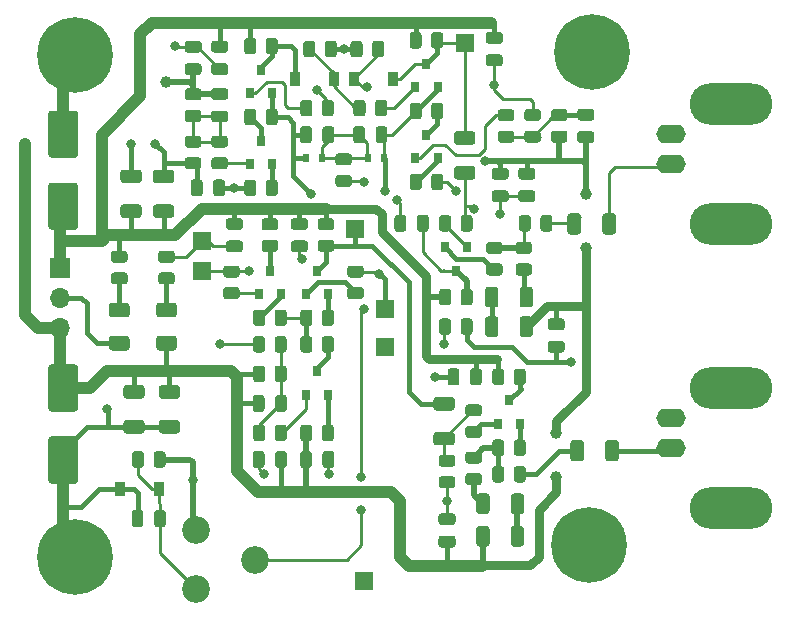
<source format=gbr>
%TF.GenerationSoftware,KiCad,Pcbnew,(5.1.9)-1*%
%TF.CreationDate,2021-05-17T20:36:20+02:00*%
%TF.ProjectId,TIMP_Bowes-Grebene,54494d50-5f42-46f7-9765-732d47726562,rev?*%
%TF.SameCoordinates,Original*%
%TF.FileFunction,Copper,L1,Top*%
%TF.FilePolarity,Positive*%
%FSLAX46Y46*%
G04 Gerber Fmt 4.6, Leading zero omitted, Abs format (unit mm)*
G04 Created by KiCad (PCBNEW (5.1.9)-1) date 2021-05-17 20:36:20*
%MOMM*%
%LPD*%
G01*
G04 APERTURE LIST*
%TA.AperFunction,ComponentPad*%
%ADD10R,1.500000X1.500000*%
%TD*%
%TA.AperFunction,SMDPad,CuDef*%
%ADD11R,1.500000X1.500000*%
%TD*%
%TA.AperFunction,SMDPad,CuDef*%
%ADD12R,0.900000X1.200000*%
%TD*%
%TA.AperFunction,SMDPad,CuDef*%
%ADD13R,0.600000X0.700000*%
%TD*%
%TA.AperFunction,ComponentPad*%
%ADD14C,6.400000*%
%TD*%
%TA.AperFunction,ComponentPad*%
%ADD15C,0.800000*%
%TD*%
%TA.AperFunction,ComponentPad*%
%ADD16O,2.500000X1.600000*%
%TD*%
%TA.AperFunction,ComponentPad*%
%ADD17O,7.000000X3.500000*%
%TD*%
%TA.AperFunction,ComponentPad*%
%ADD18R,1.700000X1.700000*%
%TD*%
%TA.AperFunction,ComponentPad*%
%ADD19O,1.700000X1.700000*%
%TD*%
%TA.AperFunction,SMDPad,CuDef*%
%ADD20R,0.800000X0.900000*%
%TD*%
%TA.AperFunction,ComponentPad*%
%ADD21C,2.340000*%
%TD*%
%TA.AperFunction,ViaPad*%
%ADD22C,0.800000*%
%TD*%
%TA.AperFunction,ViaPad*%
%ADD23C,1.000000*%
%TD*%
%TA.AperFunction,Conductor*%
%ADD24C,1.000000*%
%TD*%
%TA.AperFunction,Conductor*%
%ADD25C,0.381000*%
%TD*%
%TA.AperFunction,Conductor*%
%ADD26C,0.508000*%
%TD*%
%TA.AperFunction,Conductor*%
%ADD27C,0.762000*%
%TD*%
%TA.AperFunction,Conductor*%
%ADD28C,0.250000*%
%TD*%
%TA.AperFunction,Conductor*%
%ADD29C,0.254000*%
%TD*%
G04 APERTURE END LIST*
D10*
%TO.P,REF\u002A\u002A,1*%
%TO.N,GND*%
X115750000Y-119500000D03*
%TD*%
%TO.P,REF\u002A\u002A,1*%
%TO.N,GND*%
X102000000Y-90750000D03*
%TD*%
%TO.P,REF\u002A\u002A,1*%
%TO.N,GND*%
X117500000Y-99750000D03*
%TD*%
D11*
%TO.P,REF\u002A\u002A,1*%
%TO.N,Net-(C24-Pad2)*%
X115000000Y-89750000D03*
%TD*%
%TO.P,REF\u002A\u002A,1*%
%TO.N,Net-(C10-Pad2)*%
X124250000Y-74000000D03*
%TD*%
%TO.P,REF\u002A\u002A,1*%
%TO.N,/TRI-*%
X117500000Y-96500000D03*
%TD*%
%TO.P,REF\u002A\u002A,1*%
%TO.N,/TRI+*%
X102000000Y-93250000D03*
%TD*%
%TO.P,R41,2*%
%TO.N,Net-(R34-Pad1)*%
%TA.AperFunction,SMDPad,CuDef*%
G36*
G01*
X127100000Y-97374999D02*
X127100000Y-98625001D01*
G75*
G02*
X126850001Y-98875000I-249999J0D01*
G01*
X126224999Y-98875000D01*
G75*
G02*
X125975000Y-98625001I0J249999D01*
G01*
X125975000Y-97374999D01*
G75*
G02*
X126224999Y-97125000I249999J0D01*
G01*
X126850001Y-97125000D01*
G75*
G02*
X127100000Y-97374999I0J-249999D01*
G01*
G37*
%TD.AperFunction*%
%TO.P,R41,1*%
%TO.N,-12V*%
%TA.AperFunction,SMDPad,CuDef*%
G36*
G01*
X130025000Y-97374999D02*
X130025000Y-98625001D01*
G75*
G02*
X129775001Y-98875000I-249999J0D01*
G01*
X129149999Y-98875000D01*
G75*
G02*
X128900000Y-98625001I0J249999D01*
G01*
X128900000Y-97374999D01*
G75*
G02*
X129149999Y-97125000I249999J0D01*
G01*
X129775001Y-97125000D01*
G75*
G02*
X130025000Y-97374999I0J-249999D01*
G01*
G37*
%TD.AperFunction*%
%TD*%
%TO.P,R40,2*%
%TO.N,Net-(R33-Pad2)*%
%TA.AperFunction,SMDPad,CuDef*%
G36*
G01*
X129700001Y-91850000D02*
X128799999Y-91850000D01*
G75*
G02*
X128550000Y-91600001I0J249999D01*
G01*
X128550000Y-91074999D01*
G75*
G02*
X128799999Y-90825000I249999J0D01*
G01*
X129700001Y-90825000D01*
G75*
G02*
X129950000Y-91074999I0J-249999D01*
G01*
X129950000Y-91600001D01*
G75*
G02*
X129700001Y-91850000I-249999J0D01*
G01*
G37*
%TD.AperFunction*%
%TO.P,R40,1*%
%TO.N,Net-(R34-Pad2)*%
%TA.AperFunction,SMDPad,CuDef*%
G36*
G01*
X129700001Y-93675000D02*
X128799999Y-93675000D01*
G75*
G02*
X128550000Y-93425001I0J249999D01*
G01*
X128550000Y-92899999D01*
G75*
G02*
X128799999Y-92650000I249999J0D01*
G01*
X129700001Y-92650000D01*
G75*
G02*
X129950000Y-92899999I0J-249999D01*
G01*
X129950000Y-93425001D01*
G75*
G02*
X129700001Y-93675000I-249999J0D01*
G01*
G37*
%TD.AperFunction*%
%TD*%
%TO.P,R32,2*%
%TO.N,Net-(R32-Pad2)*%
%TA.AperFunction,SMDPad,CuDef*%
G36*
G01*
X124549999Y-110400000D02*
X125450001Y-110400000D01*
G75*
G02*
X125700000Y-110649999I0J-249999D01*
G01*
X125700000Y-111175001D01*
G75*
G02*
X125450001Y-111425000I-249999J0D01*
G01*
X124549999Y-111425000D01*
G75*
G02*
X124300000Y-111175001I0J249999D01*
G01*
X124300000Y-110649999D01*
G75*
G02*
X124549999Y-110400000I249999J0D01*
G01*
G37*
%TD.AperFunction*%
%TO.P,R32,1*%
%TO.N,Net-(R31-Pad2)*%
%TA.AperFunction,SMDPad,CuDef*%
G36*
G01*
X124549999Y-108575000D02*
X125450001Y-108575000D01*
G75*
G02*
X125700000Y-108824999I0J-249999D01*
G01*
X125700000Y-109350001D01*
G75*
G02*
X125450001Y-109600000I-249999J0D01*
G01*
X124549999Y-109600000D01*
G75*
G02*
X124300000Y-109350001I0J249999D01*
G01*
X124300000Y-108824999D01*
G75*
G02*
X124549999Y-108575000I249999J0D01*
G01*
G37*
%TD.AperFunction*%
%TD*%
%TO.P,C1,2*%
%TO.N,-12V*%
%TA.AperFunction,SMDPad,CuDef*%
G36*
G01*
X103975000Y-78800000D02*
X103025000Y-78800000D01*
G75*
G02*
X102775000Y-78550000I0J250000D01*
G01*
X102775000Y-78050000D01*
G75*
G02*
X103025000Y-77800000I250000J0D01*
G01*
X103975000Y-77800000D01*
G75*
G02*
X104225000Y-78050000I0J-250000D01*
G01*
X104225000Y-78550000D01*
G75*
G02*
X103975000Y-78800000I-250000J0D01*
G01*
G37*
%TD.AperFunction*%
%TO.P,C1,1*%
%TO.N,Net-(C1-Pad1)*%
%TA.AperFunction,SMDPad,CuDef*%
G36*
G01*
X103975000Y-80700000D02*
X103025000Y-80700000D01*
G75*
G02*
X102775000Y-80450000I0J250000D01*
G01*
X102775000Y-79950000D01*
G75*
G02*
X103025000Y-79700000I250000J0D01*
G01*
X103975000Y-79700000D01*
G75*
G02*
X104225000Y-79950000I0J-250000D01*
G01*
X104225000Y-80450000D01*
G75*
G02*
X103975000Y-80700000I-250000J0D01*
G01*
G37*
%TD.AperFunction*%
%TD*%
%TO.P,C2,2*%
%TO.N,-12V*%
%TA.AperFunction,SMDPad,CuDef*%
G36*
G01*
X107300000Y-104025000D02*
X107300000Y-104975000D01*
G75*
G02*
X107050000Y-105225000I-250000J0D01*
G01*
X106550000Y-105225000D01*
G75*
G02*
X106300000Y-104975000I0J250000D01*
G01*
X106300000Y-104025000D01*
G75*
G02*
X106550000Y-103775000I250000J0D01*
G01*
X107050000Y-103775000D01*
G75*
G02*
X107300000Y-104025000I0J-250000D01*
G01*
G37*
%TD.AperFunction*%
%TO.P,C2,1*%
%TO.N,Net-(C2-Pad1)*%
%TA.AperFunction,SMDPad,CuDef*%
G36*
G01*
X109200000Y-104025000D02*
X109200000Y-104975000D01*
G75*
G02*
X108950000Y-105225000I-250000J0D01*
G01*
X108450000Y-105225000D01*
G75*
G02*
X108200000Y-104975000I0J250000D01*
G01*
X108200000Y-104025000D01*
G75*
G02*
X108450000Y-103775000I250000J0D01*
G01*
X108950000Y-103775000D01*
G75*
G02*
X109200000Y-104025000I0J-250000D01*
G01*
G37*
%TD.AperFunction*%
%TD*%
%TO.P,C3,2*%
%TO.N,/TRI+*%
%TA.AperFunction,SMDPad,CuDef*%
G36*
G01*
X111300000Y-81275000D02*
X111300000Y-82225000D01*
G75*
G02*
X111050000Y-82475000I-250000J0D01*
G01*
X110550000Y-82475000D01*
G75*
G02*
X110300000Y-82225000I0J250000D01*
G01*
X110300000Y-81275000D01*
G75*
G02*
X110550000Y-81025000I250000J0D01*
G01*
X111050000Y-81025000D01*
G75*
G02*
X111300000Y-81275000I0J-250000D01*
G01*
G37*
%TD.AperFunction*%
%TO.P,C3,1*%
%TO.N,Net-(C3-Pad1)*%
%TA.AperFunction,SMDPad,CuDef*%
G36*
G01*
X113200000Y-81275000D02*
X113200000Y-82225000D01*
G75*
G02*
X112950000Y-82475000I-250000J0D01*
G01*
X112450000Y-82475000D01*
G75*
G02*
X112200000Y-82225000I0J250000D01*
G01*
X112200000Y-81275000D01*
G75*
G02*
X112450000Y-81025000I250000J0D01*
G01*
X112950000Y-81025000D01*
G75*
G02*
X113200000Y-81275000I0J-250000D01*
G01*
G37*
%TD.AperFunction*%
%TD*%
%TO.P,C4,1*%
%TO.N,Net-(C4-Pad1)*%
%TA.AperFunction,SMDPad,CuDef*%
G36*
G01*
X134025000Y-79550000D02*
X134975000Y-79550000D01*
G75*
G02*
X135225000Y-79800000I0J-250000D01*
G01*
X135225000Y-80300000D01*
G75*
G02*
X134975000Y-80550000I-250000J0D01*
G01*
X134025000Y-80550000D01*
G75*
G02*
X133775000Y-80300000I0J250000D01*
G01*
X133775000Y-79800000D01*
G75*
G02*
X134025000Y-79550000I250000J0D01*
G01*
G37*
%TD.AperFunction*%
%TO.P,C4,2*%
%TO.N,-12V*%
%TA.AperFunction,SMDPad,CuDef*%
G36*
G01*
X134025000Y-81450000D02*
X134975000Y-81450000D01*
G75*
G02*
X135225000Y-81700000I0J-250000D01*
G01*
X135225000Y-82200000D01*
G75*
G02*
X134975000Y-82450000I-250000J0D01*
G01*
X134025000Y-82450000D01*
G75*
G02*
X133775000Y-82200000I0J250000D01*
G01*
X133775000Y-81700000D01*
G75*
G02*
X134025000Y-81450000I250000J0D01*
G01*
G37*
%TD.AperFunction*%
%TD*%
%TO.P,C5,1*%
%TO.N,Net-(C5-Pad1)*%
%TA.AperFunction,SMDPad,CuDef*%
G36*
G01*
X137300000Y-107849999D02*
X137300000Y-109150001D01*
G75*
G02*
X137050001Y-109400000I-249999J0D01*
G01*
X136399999Y-109400000D01*
G75*
G02*
X136150000Y-109150001I0J249999D01*
G01*
X136150000Y-107849999D01*
G75*
G02*
X136399999Y-107600000I249999J0D01*
G01*
X137050001Y-107600000D01*
G75*
G02*
X137300000Y-107849999I0J-249999D01*
G01*
G37*
%TD.AperFunction*%
%TO.P,C5,2*%
%TO.N,Net-(C5-Pad2)*%
%TA.AperFunction,SMDPad,CuDef*%
G36*
G01*
X134350000Y-107849999D02*
X134350000Y-109150001D01*
G75*
G02*
X134100001Y-109400000I-249999J0D01*
G01*
X133449999Y-109400000D01*
G75*
G02*
X133200000Y-109150001I0J249999D01*
G01*
X133200000Y-107849999D01*
G75*
G02*
X133449999Y-107600000I249999J0D01*
G01*
X134100001Y-107600000D01*
G75*
G02*
X134350000Y-107849999I0J-249999D01*
G01*
G37*
%TD.AperFunction*%
%TD*%
%TO.P,C6,2*%
%TO.N,Net-(C6-Pad2)*%
%TA.AperFunction,SMDPad,CuDef*%
G36*
G01*
X134100000Y-88649999D02*
X134100000Y-89950001D01*
G75*
G02*
X133850001Y-90200000I-249999J0D01*
G01*
X133199999Y-90200000D01*
G75*
G02*
X132950000Y-89950001I0J249999D01*
G01*
X132950000Y-88649999D01*
G75*
G02*
X133199999Y-88400000I249999J0D01*
G01*
X133850001Y-88400000D01*
G75*
G02*
X134100000Y-88649999I0J-249999D01*
G01*
G37*
%TD.AperFunction*%
%TO.P,C6,1*%
%TO.N,Net-(C6-Pad1)*%
%TA.AperFunction,SMDPad,CuDef*%
G36*
G01*
X137050000Y-88649999D02*
X137050000Y-89950001D01*
G75*
G02*
X136800001Y-90200000I-249999J0D01*
G01*
X136149999Y-90200000D01*
G75*
G02*
X135900000Y-89950001I0J249999D01*
G01*
X135900000Y-88649999D01*
G75*
G02*
X136149999Y-88400000I249999J0D01*
G01*
X136800001Y-88400000D01*
G75*
G02*
X137050000Y-88649999I0J-249999D01*
G01*
G37*
%TD.AperFunction*%
%TD*%
%TO.P,C7,2*%
%TO.N,GND*%
%TA.AperFunction,SMDPad,CuDef*%
G36*
G01*
X91250000Y-83700000D02*
X89250000Y-83700000D01*
G75*
G02*
X89000000Y-83450000I0J250000D01*
G01*
X89000000Y-79950000D01*
G75*
G02*
X89250000Y-79700000I250000J0D01*
G01*
X91250000Y-79700000D01*
G75*
G02*
X91500000Y-79950000I0J-250000D01*
G01*
X91500000Y-83450000D01*
G75*
G02*
X91250000Y-83700000I-250000J0D01*
G01*
G37*
%TD.AperFunction*%
%TO.P,C7,1*%
%TO.N,+12V*%
%TA.AperFunction,SMDPad,CuDef*%
G36*
G01*
X91250000Y-89800000D02*
X89250000Y-89800000D01*
G75*
G02*
X89000000Y-89550000I0J250000D01*
G01*
X89000000Y-86050000D01*
G75*
G02*
X89250000Y-85800000I250000J0D01*
G01*
X91250000Y-85800000D01*
G75*
G02*
X91500000Y-86050000I0J-250000D01*
G01*
X91500000Y-89550000D01*
G75*
G02*
X91250000Y-89800000I-250000J0D01*
G01*
G37*
%TD.AperFunction*%
%TD*%
%TO.P,C8,2*%
%TO.N,+12V*%
%TA.AperFunction,SMDPad,CuDef*%
G36*
G01*
X95349999Y-87650000D02*
X96650001Y-87650000D01*
G75*
G02*
X96900000Y-87899999I0J-249999D01*
G01*
X96900000Y-88550001D01*
G75*
G02*
X96650001Y-88800000I-249999J0D01*
G01*
X95349999Y-88800000D01*
G75*
G02*
X95100000Y-88550001I0J249999D01*
G01*
X95100000Y-87899999D01*
G75*
G02*
X95349999Y-87650000I249999J0D01*
G01*
G37*
%TD.AperFunction*%
%TO.P,C8,1*%
%TO.N,GND*%
%TA.AperFunction,SMDPad,CuDef*%
G36*
G01*
X95349999Y-84700000D02*
X96650001Y-84700000D01*
G75*
G02*
X96900000Y-84949999I0J-249999D01*
G01*
X96900000Y-85600001D01*
G75*
G02*
X96650001Y-85850000I-249999J0D01*
G01*
X95349999Y-85850000D01*
G75*
G02*
X95100000Y-85600001I0J249999D01*
G01*
X95100000Y-84949999D01*
G75*
G02*
X95349999Y-84700000I249999J0D01*
G01*
G37*
%TD.AperFunction*%
%TD*%
%TO.P,C9,1*%
%TO.N,/TRI-*%
%TA.AperFunction,SMDPad,CuDef*%
G36*
G01*
X117700000Y-81275000D02*
X117700000Y-82225000D01*
G75*
G02*
X117450000Y-82475000I-250000J0D01*
G01*
X116950000Y-82475000D01*
G75*
G02*
X116700000Y-82225000I0J250000D01*
G01*
X116700000Y-81275000D01*
G75*
G02*
X116950000Y-81025000I250000J0D01*
G01*
X117450000Y-81025000D01*
G75*
G02*
X117700000Y-81275000I0J-250000D01*
G01*
G37*
%TD.AperFunction*%
%TO.P,C9,2*%
%TO.N,Net-(C3-Pad1)*%
%TA.AperFunction,SMDPad,CuDef*%
G36*
G01*
X115800000Y-81275000D02*
X115800000Y-82225000D01*
G75*
G02*
X115550000Y-82475000I-250000J0D01*
G01*
X115050000Y-82475000D01*
G75*
G02*
X114800000Y-82225000I0J250000D01*
G01*
X114800000Y-81275000D01*
G75*
G02*
X115050000Y-81025000I250000J0D01*
G01*
X115550000Y-81025000D01*
G75*
G02*
X115800000Y-81275000I0J-250000D01*
G01*
G37*
%TD.AperFunction*%
%TD*%
%TO.P,C10,1*%
%TO.N,Net-(C10-Pad1)*%
%TA.AperFunction,SMDPad,CuDef*%
G36*
G01*
X124900001Y-85550000D02*
X123599999Y-85550000D01*
G75*
G02*
X123350000Y-85300001I0J249999D01*
G01*
X123350000Y-84649999D01*
G75*
G02*
X123599999Y-84400000I249999J0D01*
G01*
X124900001Y-84400000D01*
G75*
G02*
X125150000Y-84649999I0J-249999D01*
G01*
X125150000Y-85300001D01*
G75*
G02*
X124900001Y-85550000I-249999J0D01*
G01*
G37*
%TD.AperFunction*%
%TO.P,C10,2*%
%TO.N,Net-(C10-Pad2)*%
%TA.AperFunction,SMDPad,CuDef*%
G36*
G01*
X124900001Y-82600000D02*
X123599999Y-82600000D01*
G75*
G02*
X123350000Y-82350001I0J249999D01*
G01*
X123350000Y-81699999D01*
G75*
G02*
X123599999Y-81450000I249999J0D01*
G01*
X124900001Y-81450000D01*
G75*
G02*
X125150000Y-81699999I0J-249999D01*
G01*
X125150000Y-82350001D01*
G75*
G02*
X124900001Y-82600000I-249999J0D01*
G01*
G37*
%TD.AperFunction*%
%TD*%
%TO.P,C11,1*%
%TO.N,-12V*%
%TA.AperFunction,SMDPad,CuDef*%
G36*
G01*
X101725000Y-76700000D02*
X100775000Y-76700000D01*
G75*
G02*
X100525000Y-76450000I0J250000D01*
G01*
X100525000Y-75950000D01*
G75*
G02*
X100775000Y-75700000I250000J0D01*
G01*
X101725000Y-75700000D01*
G75*
G02*
X101975000Y-75950000I0J-250000D01*
G01*
X101975000Y-76450000D01*
G75*
G02*
X101725000Y-76700000I-250000J0D01*
G01*
G37*
%TD.AperFunction*%
%TO.P,C11,2*%
%TO.N,GND*%
%TA.AperFunction,SMDPad,CuDef*%
G36*
G01*
X101725000Y-74800000D02*
X100775000Y-74800000D01*
G75*
G02*
X100525000Y-74550000I0J250000D01*
G01*
X100525000Y-74050000D01*
G75*
G02*
X100775000Y-73800000I250000J0D01*
G01*
X101725000Y-73800000D01*
G75*
G02*
X101975000Y-74050000I0J-250000D01*
G01*
X101975000Y-74550000D01*
G75*
G02*
X101725000Y-74800000I-250000J0D01*
G01*
G37*
%TD.AperFunction*%
%TD*%
%TO.P,C12,1*%
%TO.N,-12V*%
%TA.AperFunction,SMDPad,CuDef*%
G36*
G01*
X110300000Y-109725000D02*
X110300000Y-108775000D01*
G75*
G02*
X110550000Y-108525000I250000J0D01*
G01*
X111050000Y-108525000D01*
G75*
G02*
X111300000Y-108775000I0J-250000D01*
G01*
X111300000Y-109725000D01*
G75*
G02*
X111050000Y-109975000I-250000J0D01*
G01*
X110550000Y-109975000D01*
G75*
G02*
X110300000Y-109725000I0J250000D01*
G01*
G37*
%TD.AperFunction*%
%TO.P,C12,2*%
%TO.N,GND*%
%TA.AperFunction,SMDPad,CuDef*%
G36*
G01*
X112200000Y-109725000D02*
X112200000Y-108775000D01*
G75*
G02*
X112450000Y-108525000I250000J0D01*
G01*
X112950000Y-108525000D01*
G75*
G02*
X113200000Y-108775000I0J-250000D01*
G01*
X113200000Y-109725000D01*
G75*
G02*
X112950000Y-109975000I-250000J0D01*
G01*
X112450000Y-109975000D01*
G75*
G02*
X112200000Y-109725000I0J250000D01*
G01*
G37*
%TD.AperFunction*%
%TD*%
%TO.P,C13,2*%
%TO.N,+12V*%
%TA.AperFunction,SMDPad,CuDef*%
G36*
G01*
X103975000Y-74800000D02*
X103025000Y-74800000D01*
G75*
G02*
X102775000Y-74550000I0J250000D01*
G01*
X102775000Y-74050000D01*
G75*
G02*
X103025000Y-73800000I250000J0D01*
G01*
X103975000Y-73800000D01*
G75*
G02*
X104225000Y-74050000I0J-250000D01*
G01*
X104225000Y-74550000D01*
G75*
G02*
X103975000Y-74800000I-250000J0D01*
G01*
G37*
%TD.AperFunction*%
%TO.P,C13,1*%
%TO.N,GND*%
%TA.AperFunction,SMDPad,CuDef*%
G36*
G01*
X103975000Y-76700000D02*
X103025000Y-76700000D01*
G75*
G02*
X102775000Y-76450000I0J250000D01*
G01*
X102775000Y-75950000D01*
G75*
G02*
X103025000Y-75700000I250000J0D01*
G01*
X103975000Y-75700000D01*
G75*
G02*
X104225000Y-75950000I0J-250000D01*
G01*
X104225000Y-76450000D01*
G75*
G02*
X103975000Y-76700000I-250000J0D01*
G01*
G37*
%TD.AperFunction*%
%TD*%
%TO.P,C14,2*%
%TO.N,GND*%
%TA.AperFunction,SMDPad,CuDef*%
G36*
G01*
X102050000Y-85775000D02*
X102050000Y-86725000D01*
G75*
G02*
X101800000Y-86975000I-250000J0D01*
G01*
X101300000Y-86975000D01*
G75*
G02*
X101050000Y-86725000I0J250000D01*
G01*
X101050000Y-85775000D01*
G75*
G02*
X101300000Y-85525000I250000J0D01*
G01*
X101800000Y-85525000D01*
G75*
G02*
X102050000Y-85775000I0J-250000D01*
G01*
G37*
%TD.AperFunction*%
%TO.P,C14,1*%
%TO.N,-12V*%
%TA.AperFunction,SMDPad,CuDef*%
G36*
G01*
X103950000Y-85775000D02*
X103950000Y-86725000D01*
G75*
G02*
X103700000Y-86975000I-250000J0D01*
G01*
X103200000Y-86975000D01*
G75*
G02*
X102950000Y-86725000I0J250000D01*
G01*
X102950000Y-85775000D01*
G75*
G02*
X103200000Y-85525000I250000J0D01*
G01*
X103700000Y-85525000D01*
G75*
G02*
X103950000Y-85775000I0J-250000D01*
G01*
G37*
%TD.AperFunction*%
%TD*%
%TO.P,C15,2*%
%TO.N,+12V*%
%TA.AperFunction,SMDPad,CuDef*%
G36*
G01*
X105225000Y-89800000D02*
X104275000Y-89800000D01*
G75*
G02*
X104025000Y-89550000I0J250000D01*
G01*
X104025000Y-89050000D01*
G75*
G02*
X104275000Y-88800000I250000J0D01*
G01*
X105225000Y-88800000D01*
G75*
G02*
X105475000Y-89050000I0J-250000D01*
G01*
X105475000Y-89550000D01*
G75*
G02*
X105225000Y-89800000I-250000J0D01*
G01*
G37*
%TD.AperFunction*%
%TO.P,C15,1*%
%TO.N,GND*%
%TA.AperFunction,SMDPad,CuDef*%
G36*
G01*
X105225000Y-91700000D02*
X104275000Y-91700000D01*
G75*
G02*
X104025000Y-91450000I0J250000D01*
G01*
X104025000Y-90950000D01*
G75*
G02*
X104275000Y-90700000I250000J0D01*
G01*
X105225000Y-90700000D01*
G75*
G02*
X105475000Y-90950000I0J-250000D01*
G01*
X105475000Y-91450000D01*
G75*
G02*
X105225000Y-91700000I-250000J0D01*
G01*
G37*
%TD.AperFunction*%
%TD*%
%TO.P,C16,2*%
%TO.N,-12V*%
%TA.AperFunction,SMDPad,CuDef*%
G36*
G01*
X108200000Y-109725000D02*
X108200000Y-108775000D01*
G75*
G02*
X108450000Y-108525000I250000J0D01*
G01*
X108950000Y-108525000D01*
G75*
G02*
X109200000Y-108775000I0J-250000D01*
G01*
X109200000Y-109725000D01*
G75*
G02*
X108950000Y-109975000I-250000J0D01*
G01*
X108450000Y-109975000D01*
G75*
G02*
X108200000Y-109725000I0J250000D01*
G01*
G37*
%TD.AperFunction*%
%TO.P,C16,1*%
%TO.N,GND*%
%TA.AperFunction,SMDPad,CuDef*%
G36*
G01*
X106300000Y-109725000D02*
X106300000Y-108775000D01*
G75*
G02*
X106550000Y-108525000I250000J0D01*
G01*
X107050000Y-108525000D01*
G75*
G02*
X107300000Y-108775000I0J-250000D01*
G01*
X107300000Y-109725000D01*
G75*
G02*
X107050000Y-109975000I-250000J0D01*
G01*
X106550000Y-109975000D01*
G75*
G02*
X106300000Y-109725000I0J250000D01*
G01*
G37*
%TD.AperFunction*%
%TD*%
%TO.P,C17,1*%
%TO.N,-12V*%
%TA.AperFunction,SMDPad,CuDef*%
G36*
G01*
X129025000Y-84550000D02*
X129975000Y-84550000D01*
G75*
G02*
X130225000Y-84800000I0J-250000D01*
G01*
X130225000Y-85300000D01*
G75*
G02*
X129975000Y-85550000I-250000J0D01*
G01*
X129025000Y-85550000D01*
G75*
G02*
X128775000Y-85300000I0J250000D01*
G01*
X128775000Y-84800000D01*
G75*
G02*
X129025000Y-84550000I250000J0D01*
G01*
G37*
%TD.AperFunction*%
%TO.P,C17,2*%
%TO.N,GND*%
%TA.AperFunction,SMDPad,CuDef*%
G36*
G01*
X129025000Y-86450000D02*
X129975000Y-86450000D01*
G75*
G02*
X130225000Y-86700000I0J-250000D01*
G01*
X130225000Y-87200000D01*
G75*
G02*
X129975000Y-87450000I-250000J0D01*
G01*
X129025000Y-87450000D01*
G75*
G02*
X128775000Y-87200000I0J250000D01*
G01*
X128775000Y-86700000D01*
G75*
G02*
X129025000Y-86450000I250000J0D01*
G01*
G37*
%TD.AperFunction*%
%TD*%
%TO.P,C18,1*%
%TO.N,+12V*%
%TA.AperFunction,SMDPad,CuDef*%
G36*
G01*
X109775000Y-88800000D02*
X110725000Y-88800000D01*
G75*
G02*
X110975000Y-89050000I0J-250000D01*
G01*
X110975000Y-89550000D01*
G75*
G02*
X110725000Y-89800000I-250000J0D01*
G01*
X109775000Y-89800000D01*
G75*
G02*
X109525000Y-89550000I0J250000D01*
G01*
X109525000Y-89050000D01*
G75*
G02*
X109775000Y-88800000I250000J0D01*
G01*
G37*
%TD.AperFunction*%
%TO.P,C18,2*%
%TO.N,GND*%
%TA.AperFunction,SMDPad,CuDef*%
G36*
G01*
X109775000Y-90700000D02*
X110725000Y-90700000D01*
G75*
G02*
X110975000Y-90950000I0J-250000D01*
G01*
X110975000Y-91450000D01*
G75*
G02*
X110725000Y-91700000I-250000J0D01*
G01*
X109775000Y-91700000D01*
G75*
G02*
X109525000Y-91450000I0J250000D01*
G01*
X109525000Y-90950000D01*
G75*
G02*
X109775000Y-90700000I250000J0D01*
G01*
G37*
%TD.AperFunction*%
%TD*%
%TO.P,C19,1*%
%TO.N,+12V*%
%TA.AperFunction,SMDPad,CuDef*%
G36*
G01*
X126275000Y-73050000D02*
X127225000Y-73050000D01*
G75*
G02*
X127475000Y-73300000I0J-250000D01*
G01*
X127475000Y-73800000D01*
G75*
G02*
X127225000Y-74050000I-250000J0D01*
G01*
X126275000Y-74050000D01*
G75*
G02*
X126025000Y-73800000I0J250000D01*
G01*
X126025000Y-73300000D01*
G75*
G02*
X126275000Y-73050000I250000J0D01*
G01*
G37*
%TD.AperFunction*%
%TO.P,C19,2*%
%TO.N,GND*%
%TA.AperFunction,SMDPad,CuDef*%
G36*
G01*
X126275000Y-74950000D02*
X127225000Y-74950000D01*
G75*
G02*
X127475000Y-75200000I0J-250000D01*
G01*
X127475000Y-75700000D01*
G75*
G02*
X127225000Y-75950000I-250000J0D01*
G01*
X126275000Y-75950000D01*
G75*
G02*
X126025000Y-75700000I0J250000D01*
G01*
X126025000Y-75200000D01*
G75*
G02*
X126275000Y-74950000I250000J0D01*
G01*
G37*
%TD.AperFunction*%
%TD*%
%TO.P,C20,2*%
%TO.N,GND*%
%TA.AperFunction,SMDPad,CuDef*%
G36*
G01*
X126775000Y-86450000D02*
X127725000Y-86450000D01*
G75*
G02*
X127975000Y-86700000I0J-250000D01*
G01*
X127975000Y-87200000D01*
G75*
G02*
X127725000Y-87450000I-250000J0D01*
G01*
X126775000Y-87450000D01*
G75*
G02*
X126525000Y-87200000I0J250000D01*
G01*
X126525000Y-86700000D01*
G75*
G02*
X126775000Y-86450000I250000J0D01*
G01*
G37*
%TD.AperFunction*%
%TO.P,C20,1*%
%TO.N,-12V*%
%TA.AperFunction,SMDPad,CuDef*%
G36*
G01*
X126775000Y-84550000D02*
X127725000Y-84550000D01*
G75*
G02*
X127975000Y-84800000I0J-250000D01*
G01*
X127975000Y-85300000D01*
G75*
G02*
X127725000Y-85550000I-250000J0D01*
G01*
X126775000Y-85550000D01*
G75*
G02*
X126525000Y-85300000I0J250000D01*
G01*
X126525000Y-84800000D01*
G75*
G02*
X126775000Y-84550000I250000J0D01*
G01*
G37*
%TD.AperFunction*%
%TD*%
%TO.P,C21,2*%
%TO.N,GND*%
%TA.AperFunction,SMDPad,CuDef*%
G36*
G01*
X123800000Y-101775000D02*
X123800000Y-102725000D01*
G75*
G02*
X123550000Y-102975000I-250000J0D01*
G01*
X123050000Y-102975000D01*
G75*
G02*
X122800000Y-102725000I0J250000D01*
G01*
X122800000Y-101775000D01*
G75*
G02*
X123050000Y-101525000I250000J0D01*
G01*
X123550000Y-101525000D01*
G75*
G02*
X123800000Y-101775000I0J-250000D01*
G01*
G37*
%TD.AperFunction*%
%TO.P,C21,1*%
%TO.N,+12V*%
%TA.AperFunction,SMDPad,CuDef*%
G36*
G01*
X125700000Y-101775000D02*
X125700000Y-102725000D01*
G75*
G02*
X125450000Y-102975000I-250000J0D01*
G01*
X124950000Y-102975000D01*
G75*
G02*
X124700000Y-102725000I0J250000D01*
G01*
X124700000Y-101775000D01*
G75*
G02*
X124950000Y-101525000I250000J0D01*
G01*
X125450000Y-101525000D01*
G75*
G02*
X125700000Y-101775000I0J-250000D01*
G01*
G37*
%TD.AperFunction*%
%TD*%
%TO.P,C22,1*%
%TO.N,Net-(C22-Pad1)*%
%TA.AperFunction,SMDPad,CuDef*%
G36*
G01*
X121200000Y-88775000D02*
X121200000Y-89725000D01*
G75*
G02*
X120950000Y-89975000I-250000J0D01*
G01*
X120450000Y-89975000D01*
G75*
G02*
X120200000Y-89725000I0J250000D01*
G01*
X120200000Y-88775000D01*
G75*
G02*
X120450000Y-88525000I250000J0D01*
G01*
X120950000Y-88525000D01*
G75*
G02*
X121200000Y-88775000I0J-250000D01*
G01*
G37*
%TD.AperFunction*%
%TO.P,C22,2*%
%TO.N,GND*%
%TA.AperFunction,SMDPad,CuDef*%
G36*
G01*
X119300000Y-88775000D02*
X119300000Y-89725000D01*
G75*
G02*
X119050000Y-89975000I-250000J0D01*
G01*
X118550000Y-89975000D01*
G75*
G02*
X118300000Y-89725000I0J250000D01*
G01*
X118300000Y-88775000D01*
G75*
G02*
X118550000Y-88525000I250000J0D01*
G01*
X119050000Y-88525000D01*
G75*
G02*
X119300000Y-88775000I0J-250000D01*
G01*
G37*
%TD.AperFunction*%
%TD*%
%TO.P,C23,1*%
%TO.N,-12V*%
%TA.AperFunction,SMDPad,CuDef*%
G36*
G01*
X131525000Y-97300000D02*
X132475000Y-97300000D01*
G75*
G02*
X132725000Y-97550000I0J-250000D01*
G01*
X132725000Y-98050000D01*
G75*
G02*
X132475000Y-98300000I-250000J0D01*
G01*
X131525000Y-98300000D01*
G75*
G02*
X131275000Y-98050000I0J250000D01*
G01*
X131275000Y-97550000D01*
G75*
G02*
X131525000Y-97300000I250000J0D01*
G01*
G37*
%TD.AperFunction*%
%TO.P,C23,2*%
%TO.N,GND*%
%TA.AperFunction,SMDPad,CuDef*%
G36*
G01*
X131525000Y-99200000D02*
X132475000Y-99200000D01*
G75*
G02*
X132725000Y-99450000I0J-250000D01*
G01*
X132725000Y-99950000D01*
G75*
G02*
X132475000Y-100200000I-250000J0D01*
G01*
X131525000Y-100200000D01*
G75*
G02*
X131275000Y-99950000I0J250000D01*
G01*
X131275000Y-99450000D01*
G75*
G02*
X131525000Y-99200000I250000J0D01*
G01*
G37*
%TD.AperFunction*%
%TD*%
%TO.P,C24,1*%
%TO.N,Net-(C24-Pad1)*%
%TA.AperFunction,SMDPad,CuDef*%
G36*
G01*
X123150001Y-108050000D02*
X121849999Y-108050000D01*
G75*
G02*
X121600000Y-107800001I0J249999D01*
G01*
X121600000Y-107149999D01*
G75*
G02*
X121849999Y-106900000I249999J0D01*
G01*
X123150001Y-106900000D01*
G75*
G02*
X123400000Y-107149999I0J-249999D01*
G01*
X123400000Y-107800001D01*
G75*
G02*
X123150001Y-108050000I-249999J0D01*
G01*
G37*
%TD.AperFunction*%
%TO.P,C24,2*%
%TO.N,Net-(C24-Pad2)*%
%TA.AperFunction,SMDPad,CuDef*%
G36*
G01*
X123150001Y-105100000D02*
X121849999Y-105100000D01*
G75*
G02*
X121600000Y-104850001I0J249999D01*
G01*
X121600000Y-104199999D01*
G75*
G02*
X121849999Y-103950000I249999J0D01*
G01*
X123150001Y-103950000D01*
G75*
G02*
X123400000Y-104199999I0J-249999D01*
G01*
X123400000Y-104850001D01*
G75*
G02*
X123150001Y-105100000I-249999J0D01*
G01*
G37*
%TD.AperFunction*%
%TD*%
%TO.P,C25,1*%
%TO.N,GND*%
%TA.AperFunction,SMDPad,CuDef*%
G36*
G01*
X122275000Y-113800000D02*
X123225000Y-113800000D01*
G75*
G02*
X123475000Y-114050000I0J-250000D01*
G01*
X123475000Y-114550000D01*
G75*
G02*
X123225000Y-114800000I-250000J0D01*
G01*
X122275000Y-114800000D01*
G75*
G02*
X122025000Y-114550000I0J250000D01*
G01*
X122025000Y-114050000D01*
G75*
G02*
X122275000Y-113800000I250000J0D01*
G01*
G37*
%TD.AperFunction*%
%TO.P,C25,2*%
%TO.N,-12V*%
%TA.AperFunction,SMDPad,CuDef*%
G36*
G01*
X122275000Y-115700000D02*
X123225000Y-115700000D01*
G75*
G02*
X123475000Y-115950000I0J-250000D01*
G01*
X123475000Y-116450000D01*
G75*
G02*
X123225000Y-116700000I-250000J0D01*
G01*
X122275000Y-116700000D01*
G75*
G02*
X122025000Y-116450000I0J250000D01*
G01*
X122025000Y-115950000D01*
G75*
G02*
X122275000Y-115700000I250000J0D01*
G01*
G37*
%TD.AperFunction*%
%TD*%
%TO.P,C26,1*%
%TO.N,GND*%
%TA.AperFunction,SMDPad,CuDef*%
G36*
G01*
X91250000Y-111300000D02*
X89250000Y-111300000D01*
G75*
G02*
X89000000Y-111050000I0J250000D01*
G01*
X89000000Y-107550000D01*
G75*
G02*
X89250000Y-107300000I250000J0D01*
G01*
X91250000Y-107300000D01*
G75*
G02*
X91500000Y-107550000I0J-250000D01*
G01*
X91500000Y-111050000D01*
G75*
G02*
X91250000Y-111300000I-250000J0D01*
G01*
G37*
%TD.AperFunction*%
%TO.P,C26,2*%
%TO.N,-12V*%
%TA.AperFunction,SMDPad,CuDef*%
G36*
G01*
X91250000Y-105200000D02*
X89250000Y-105200000D01*
G75*
G02*
X89000000Y-104950000I0J250000D01*
G01*
X89000000Y-101450000D01*
G75*
G02*
X89250000Y-101200000I250000J0D01*
G01*
X91250000Y-101200000D01*
G75*
G02*
X91500000Y-101450000I0J-250000D01*
G01*
X91500000Y-104950000D01*
G75*
G02*
X91250000Y-105200000I-250000J0D01*
G01*
G37*
%TD.AperFunction*%
%TD*%
%TO.P,C27,2*%
%TO.N,+12V*%
%TA.AperFunction,SMDPad,CuDef*%
G36*
G01*
X98099999Y-87650000D02*
X99400001Y-87650000D01*
G75*
G02*
X99650000Y-87899999I0J-249999D01*
G01*
X99650000Y-88550001D01*
G75*
G02*
X99400001Y-88800000I-249999J0D01*
G01*
X98099999Y-88800000D01*
G75*
G02*
X97850000Y-88550001I0J249999D01*
G01*
X97850000Y-87899999D01*
G75*
G02*
X98099999Y-87650000I249999J0D01*
G01*
G37*
%TD.AperFunction*%
%TO.P,C27,1*%
%TO.N,GND*%
%TA.AperFunction,SMDPad,CuDef*%
G36*
G01*
X98099999Y-84700000D02*
X99400001Y-84700000D01*
G75*
G02*
X99650000Y-84949999I0J-249999D01*
G01*
X99650000Y-85600001D01*
G75*
G02*
X99400001Y-85850000I-249999J0D01*
G01*
X98099999Y-85850000D01*
G75*
G02*
X97850000Y-85600001I0J249999D01*
G01*
X97850000Y-84949999D01*
G75*
G02*
X98099999Y-84700000I249999J0D01*
G01*
G37*
%TD.AperFunction*%
%TD*%
%TO.P,C28,2*%
%TO.N,GND*%
%TA.AperFunction,SMDPad,CuDef*%
G36*
G01*
X97050000Y-113775000D02*
X97050000Y-114725000D01*
G75*
G02*
X96800000Y-114975000I-250000J0D01*
G01*
X96300000Y-114975000D01*
G75*
G02*
X96050000Y-114725000I0J250000D01*
G01*
X96050000Y-113775000D01*
G75*
G02*
X96300000Y-113525000I250000J0D01*
G01*
X96800000Y-113525000D01*
G75*
G02*
X97050000Y-113775000I0J-250000D01*
G01*
G37*
%TD.AperFunction*%
%TO.P,C28,1*%
%TO.N,Net-(C28-Pad1)*%
%TA.AperFunction,SMDPad,CuDef*%
G36*
G01*
X98950000Y-113775000D02*
X98950000Y-114725000D01*
G75*
G02*
X98700000Y-114975000I-250000J0D01*
G01*
X98200000Y-114975000D01*
G75*
G02*
X97950000Y-114725000I0J250000D01*
G01*
X97950000Y-113775000D01*
G75*
G02*
X98200000Y-113525000I250000J0D01*
G01*
X98700000Y-113525000D01*
G75*
G02*
X98950000Y-113775000I0J-250000D01*
G01*
G37*
%TD.AperFunction*%
%TD*%
%TO.P,C29,1*%
%TO.N,-12V*%
%TA.AperFunction,SMDPad,CuDef*%
G36*
G01*
X98599999Y-102950000D02*
X99900001Y-102950000D01*
G75*
G02*
X100150000Y-103199999I0J-249999D01*
G01*
X100150000Y-103850001D01*
G75*
G02*
X99900001Y-104100000I-249999J0D01*
G01*
X98599999Y-104100000D01*
G75*
G02*
X98350000Y-103850001I0J249999D01*
G01*
X98350000Y-103199999D01*
G75*
G02*
X98599999Y-102950000I249999J0D01*
G01*
G37*
%TD.AperFunction*%
%TO.P,C29,2*%
%TO.N,GND*%
%TA.AperFunction,SMDPad,CuDef*%
G36*
G01*
X98599999Y-105900000D02*
X99900001Y-105900000D01*
G75*
G02*
X100150000Y-106149999I0J-249999D01*
G01*
X100150000Y-106800001D01*
G75*
G02*
X99900001Y-107050000I-249999J0D01*
G01*
X98599999Y-107050000D01*
G75*
G02*
X98350000Y-106800001I0J249999D01*
G01*
X98350000Y-106149999D01*
G75*
G02*
X98599999Y-105900000I249999J0D01*
G01*
G37*
%TD.AperFunction*%
%TD*%
%TO.P,C30,2*%
%TO.N,GND*%
%TA.AperFunction,SMDPad,CuDef*%
G36*
G01*
X95599999Y-105900000D02*
X96900001Y-105900000D01*
G75*
G02*
X97150000Y-106149999I0J-249999D01*
G01*
X97150000Y-106800001D01*
G75*
G02*
X96900001Y-107050000I-249999J0D01*
G01*
X95599999Y-107050000D01*
G75*
G02*
X95350000Y-106800001I0J249999D01*
G01*
X95350000Y-106149999D01*
G75*
G02*
X95599999Y-105900000I249999J0D01*
G01*
G37*
%TD.AperFunction*%
%TO.P,C30,1*%
%TO.N,-12V*%
%TA.AperFunction,SMDPad,CuDef*%
G36*
G01*
X95599999Y-102950000D02*
X96900001Y-102950000D01*
G75*
G02*
X97150000Y-103199999I0J-249999D01*
G01*
X97150000Y-103850001D01*
G75*
G02*
X96900001Y-104100000I-249999J0D01*
G01*
X95599999Y-104100000D01*
G75*
G02*
X95350000Y-103850001I0J249999D01*
G01*
X95350000Y-103199999D01*
G75*
G02*
X95599999Y-102950000I249999J0D01*
G01*
G37*
%TD.AperFunction*%
%TD*%
D12*
%TO.P,D1,2*%
%TO.N,Net-(D1-Pad2)*%
X113150000Y-77000000D03*
%TO.P,D1,1*%
%TO.N,Net-(D1-Pad1)*%
X109850000Y-77000000D03*
%TD*%
%TO.P,D2,1*%
%TO.N,Net-(C10-Pad2)*%
X118150000Y-77000000D03*
%TO.P,D2,2*%
%TO.N,Net-(D2-Pad2)*%
X114850000Y-77000000D03*
%TD*%
D13*
%TO.P,D3,2*%
%TO.N,/TRI+*%
X110800000Y-83750000D03*
%TO.P,D3,1*%
%TO.N,Net-(C3-Pad1)*%
X112200000Y-83750000D03*
%TD*%
%TO.P,D4,1*%
%TO.N,Net-(C3-Pad1)*%
X116050000Y-83750000D03*
%TO.P,D4,2*%
%TO.N,/TRI-*%
X117450000Y-83750000D03*
%TD*%
D12*
%TO.P,D5,1*%
%TO.N,Net-(C28-Pad1)*%
X98400000Y-111750000D03*
%TO.P,D5,2*%
%TO.N,GND*%
X95100000Y-111750000D03*
%TD*%
%TO.P,D6,2*%
%TO.N,Net-(D6-Pad2)*%
%TA.AperFunction,SMDPad,CuDef*%
G36*
G01*
X95625000Y-97225000D02*
X94375000Y-97225000D01*
G75*
G02*
X94125000Y-96975000I0J250000D01*
G01*
X94125000Y-96225000D01*
G75*
G02*
X94375000Y-95975000I250000J0D01*
G01*
X95625000Y-95975000D01*
G75*
G02*
X95875000Y-96225000I0J-250000D01*
G01*
X95875000Y-96975000D01*
G75*
G02*
X95625000Y-97225000I-250000J0D01*
G01*
G37*
%TD.AperFunction*%
%TO.P,D6,1*%
%TO.N,GND*%
%TA.AperFunction,SMDPad,CuDef*%
G36*
G01*
X95625000Y-100025000D02*
X94375000Y-100025000D01*
G75*
G02*
X94125000Y-99775000I0J250000D01*
G01*
X94125000Y-99025000D01*
G75*
G02*
X94375000Y-98775000I250000J0D01*
G01*
X95625000Y-98775000D01*
G75*
G02*
X95875000Y-99025000I0J-250000D01*
G01*
X95875000Y-99775000D01*
G75*
G02*
X95625000Y-100025000I-250000J0D01*
G01*
G37*
%TD.AperFunction*%
%TD*%
%TO.P,D7,1*%
%TO.N,-12V*%
%TA.AperFunction,SMDPad,CuDef*%
G36*
G01*
X99625000Y-100025000D02*
X98375000Y-100025000D01*
G75*
G02*
X98125000Y-99775000I0J250000D01*
G01*
X98125000Y-99025000D01*
G75*
G02*
X98375000Y-98775000I250000J0D01*
G01*
X99625000Y-98775000D01*
G75*
G02*
X99875000Y-99025000I0J-250000D01*
G01*
X99875000Y-99775000D01*
G75*
G02*
X99625000Y-100025000I-250000J0D01*
G01*
G37*
%TD.AperFunction*%
%TO.P,D7,2*%
%TO.N,Net-(D7-Pad2)*%
%TA.AperFunction,SMDPad,CuDef*%
G36*
G01*
X99625000Y-97225000D02*
X98375000Y-97225000D01*
G75*
G02*
X98125000Y-96975000I0J250000D01*
G01*
X98125000Y-96225000D01*
G75*
G02*
X98375000Y-95975000I250000J0D01*
G01*
X99625000Y-95975000D01*
G75*
G02*
X99875000Y-96225000I0J-250000D01*
G01*
X99875000Y-96975000D01*
G75*
G02*
X99625000Y-97225000I-250000J0D01*
G01*
G37*
%TD.AperFunction*%
%TD*%
D14*
%TO.P,H1,1*%
%TO.N,GND*%
X135000000Y-74750000D03*
D15*
X137400000Y-74750000D03*
X136697056Y-76447056D03*
X135000000Y-77150000D03*
X133302944Y-76447056D03*
X132600000Y-74750000D03*
X133302944Y-73052944D03*
X135000000Y-72350000D03*
X136697056Y-73052944D03*
%TD*%
%TO.P,H2,1*%
%TO.N,GND*%
X92947056Y-73302944D03*
X91250000Y-72600000D03*
X89552944Y-73302944D03*
X88850000Y-75000000D03*
X89552944Y-76697056D03*
X91250000Y-77400000D03*
X92947056Y-76697056D03*
X93650000Y-75000000D03*
D14*
X91250000Y-75000000D03*
%TD*%
%TO.P,H3,1*%
%TO.N,GND*%
X134750000Y-116500000D03*
D15*
X137150000Y-116500000D03*
X136447056Y-118197056D03*
X134750000Y-118900000D03*
X133052944Y-118197056D03*
X132350000Y-116500000D03*
X133052944Y-114802944D03*
X134750000Y-114100000D03*
X136447056Y-114802944D03*
%TD*%
%TO.P,H4,1*%
%TO.N,GND*%
X92697056Y-115802944D03*
X91000000Y-115100000D03*
X89302944Y-115802944D03*
X88600000Y-117500000D03*
X89302944Y-119197056D03*
X91000000Y-119900000D03*
X92697056Y-119197056D03*
X93400000Y-117500000D03*
D14*
X91250000Y-117500000D03*
%TD*%
D16*
%TO.P,J1,2*%
%TO.N,GND*%
X141750000Y-105710000D03*
%TO.P,J1,1*%
%TO.N,Net-(C5-Pad1)*%
X141750000Y-108250000D03*
D17*
%TO.P,J1,2*%
%TO.N,GND*%
X146830000Y-113330000D03*
X146830000Y-103170000D03*
%TD*%
%TO.P,J2,2*%
%TO.N,GND*%
X146830000Y-79170000D03*
X146830000Y-89330000D03*
D16*
%TO.P,J2,1*%
%TO.N,Net-(C6-Pad1)*%
X141750000Y-84250000D03*
%TO.P,J2,2*%
%TO.N,GND*%
X141750000Y-81710000D03*
%TD*%
D18*
%TO.P,J3,1*%
%TO.N,+12V*%
X90000000Y-93000000D03*
D19*
%TO.P,J3,2*%
%TO.N,GND*%
X90000000Y-95540000D03*
%TO.P,J3,3*%
%TO.N,-12V*%
X90000000Y-98080000D03*
%TD*%
D20*
%TO.P,Q1,1*%
%TO.N,Net-(Q1-Pad1)*%
X106050000Y-84250000D03*
%TO.P,Q1,2*%
%TO.N,Net-(Q1-Pad2)*%
X107950000Y-84250000D03*
%TO.P,Q1,3*%
%TO.N,Net-(Q1-Pad3)*%
X107000000Y-82250000D03*
%TD*%
%TO.P,Q2,1*%
%TO.N,Net-(Q2-Pad1)*%
X106050000Y-78250000D03*
%TO.P,Q2,2*%
%TO.N,/TRI+*%
X107950000Y-78250000D03*
%TO.P,Q2,3*%
%TO.N,Net-(D1-Pad1)*%
X107000000Y-76250000D03*
%TD*%
%TO.P,Q3,3*%
%TO.N,Net-(C10-Pad2)*%
X121000000Y-75750000D03*
%TO.P,Q3,2*%
%TO.N,/TRI-*%
X121950000Y-77750000D03*
%TO.P,Q3,1*%
%TO.N,Net-(Q3-Pad1)*%
X120050000Y-77750000D03*
%TD*%
%TO.P,Q4,3*%
%TO.N,Net-(Q4-Pad3)*%
X121000000Y-81750000D03*
%TO.P,Q4,2*%
%TO.N,Net-(Q4-Pad2)*%
X121950000Y-83750000D03*
%TO.P,Q4,1*%
%TO.N,Net-(Q4-Pad1)*%
X120050000Y-83750000D03*
%TD*%
%TO.P,Q5,1*%
%TO.N,Net-(Q5-Pad1)*%
X124450000Y-91250000D03*
%TO.P,Q5,2*%
%TO.N,Net-(Q5-Pad2)*%
X122550000Y-91250000D03*
%TO.P,Q5,3*%
%TO.N,Net-(C22-Pad1)*%
X123500000Y-93250000D03*
%TD*%
%TO.P,Q6,1*%
%TO.N,Net-(Q6-Pad1)*%
X106800000Y-95250000D03*
%TO.P,Q6,2*%
%TO.N,Net-(Q6-Pad2)*%
X108700000Y-95250000D03*
%TO.P,Q6,3*%
%TO.N,Net-(Q6-Pad3)*%
X107750000Y-93250000D03*
%TD*%
%TO.P,Q7,1*%
%TO.N,Net-(Q7-Pad1)*%
X110800000Y-103750000D03*
%TO.P,Q7,2*%
%TO.N,Net-(Q7-Pad2)*%
X112700000Y-103750000D03*
%TO.P,Q7,3*%
%TO.N,Net-(Q7-Pad3)*%
X111750000Y-101750000D03*
%TD*%
%TO.P,Q8,3*%
%TO.N,Net-(C24-Pad2)*%
X111750000Y-93250000D03*
%TO.P,Q8,2*%
%TO.N,Net-(Q8-Pad2)*%
X112700000Y-95250000D03*
%TO.P,Q8,1*%
%TO.N,Net-(Q8-Pad1)*%
X110800000Y-95250000D03*
%TD*%
%TO.P,Q9,3*%
%TO.N,Net-(Q9-Pad3)*%
X128000000Y-104250000D03*
%TO.P,Q9,2*%
%TO.N,Net-(Q9-Pad2)*%
X128950000Y-106250000D03*
%TO.P,Q9,1*%
%TO.N,Net-(Q9-Pad1)*%
X127050000Y-106250000D03*
%TD*%
%TO.P,R1,2*%
%TO.N,GND*%
%TA.AperFunction,SMDPad,CuDef*%
G36*
G01*
X100799999Y-83650000D02*
X101700001Y-83650000D01*
G75*
G02*
X101950000Y-83899999I0J-249999D01*
G01*
X101950000Y-84425001D01*
G75*
G02*
X101700001Y-84675000I-249999J0D01*
G01*
X100799999Y-84675000D01*
G75*
G02*
X100550000Y-84425001I0J249999D01*
G01*
X100550000Y-83899999D01*
G75*
G02*
X100799999Y-83650000I249999J0D01*
G01*
G37*
%TD.AperFunction*%
%TO.P,R1,1*%
%TO.N,Net-(C1-Pad1)*%
%TA.AperFunction,SMDPad,CuDef*%
G36*
G01*
X100799999Y-81825000D02*
X101700001Y-81825000D01*
G75*
G02*
X101950000Y-82074999I0J-249999D01*
G01*
X101950000Y-82600001D01*
G75*
G02*
X101700001Y-82850000I-249999J0D01*
G01*
X100799999Y-82850000D01*
G75*
G02*
X100550000Y-82600001I0J249999D01*
G01*
X100550000Y-82074999D01*
G75*
G02*
X100799999Y-81825000I249999J0D01*
G01*
G37*
%TD.AperFunction*%
%TD*%
%TO.P,R2,1*%
%TO.N,-12V*%
%TA.AperFunction,SMDPad,CuDef*%
G36*
G01*
X100799999Y-77825000D02*
X101700001Y-77825000D01*
G75*
G02*
X101950000Y-78074999I0J-249999D01*
G01*
X101950000Y-78600001D01*
G75*
G02*
X101700001Y-78850000I-249999J0D01*
G01*
X100799999Y-78850000D01*
G75*
G02*
X100550000Y-78600001I0J249999D01*
G01*
X100550000Y-78074999D01*
G75*
G02*
X100799999Y-77825000I249999J0D01*
G01*
G37*
%TD.AperFunction*%
%TO.P,R2,2*%
%TO.N,Net-(C1-Pad1)*%
%TA.AperFunction,SMDPad,CuDef*%
G36*
G01*
X100799999Y-79650000D02*
X101700001Y-79650000D01*
G75*
G02*
X101950000Y-79899999I0J-249999D01*
G01*
X101950000Y-80425001D01*
G75*
G02*
X101700001Y-80675000I-249999J0D01*
G01*
X100799999Y-80675000D01*
G75*
G02*
X100550000Y-80425001I0J249999D01*
G01*
X100550000Y-79899999D01*
G75*
G02*
X100799999Y-79650000I249999J0D01*
G01*
G37*
%TD.AperFunction*%
%TD*%
%TO.P,R3,1*%
%TO.N,Net-(Q1-Pad1)*%
%TA.AperFunction,SMDPad,CuDef*%
G36*
G01*
X103950001Y-84675000D02*
X103049999Y-84675000D01*
G75*
G02*
X102800000Y-84425001I0J249999D01*
G01*
X102800000Y-83899999D01*
G75*
G02*
X103049999Y-83650000I249999J0D01*
G01*
X103950001Y-83650000D01*
G75*
G02*
X104200000Y-83899999I0J-249999D01*
G01*
X104200000Y-84425001D01*
G75*
G02*
X103950001Y-84675000I-249999J0D01*
G01*
G37*
%TD.AperFunction*%
%TO.P,R3,2*%
%TO.N,Net-(C1-Pad1)*%
%TA.AperFunction,SMDPad,CuDef*%
G36*
G01*
X103950001Y-82850000D02*
X103049999Y-82850000D01*
G75*
G02*
X102800000Y-82600001I0J249999D01*
G01*
X102800000Y-82074999D01*
G75*
G02*
X103049999Y-81825000I249999J0D01*
G01*
X103950001Y-81825000D01*
G75*
G02*
X104200000Y-82074999I0J-249999D01*
G01*
X104200000Y-82600001D01*
G75*
G02*
X103950001Y-82850000I-249999J0D01*
G01*
G37*
%TD.AperFunction*%
%TD*%
%TO.P,R4,1*%
%TO.N,Net-(C2-Pad1)*%
%TA.AperFunction,SMDPad,CuDef*%
G36*
G01*
X109175000Y-99049999D02*
X109175000Y-99950001D01*
G75*
G02*
X108925001Y-100200000I-249999J0D01*
G01*
X108399999Y-100200000D01*
G75*
G02*
X108150000Y-99950001I0J249999D01*
G01*
X108150000Y-99049999D01*
G75*
G02*
X108399999Y-98800000I249999J0D01*
G01*
X108925001Y-98800000D01*
G75*
G02*
X109175000Y-99049999I0J-249999D01*
G01*
G37*
%TD.AperFunction*%
%TO.P,R4,2*%
%TO.N,GND*%
%TA.AperFunction,SMDPad,CuDef*%
G36*
G01*
X107350000Y-99049999D02*
X107350000Y-99950001D01*
G75*
G02*
X107100001Y-100200000I-249999J0D01*
G01*
X106574999Y-100200000D01*
G75*
G02*
X106325000Y-99950001I0J249999D01*
G01*
X106325000Y-99049999D01*
G75*
G02*
X106574999Y-98800000I249999J0D01*
G01*
X107100001Y-98800000D01*
G75*
G02*
X107350000Y-99049999I0J-249999D01*
G01*
G37*
%TD.AperFunction*%
%TD*%
%TO.P,R5,2*%
%TO.N,Net-(C2-Pad1)*%
%TA.AperFunction,SMDPad,CuDef*%
G36*
G01*
X108150000Y-102450001D02*
X108150000Y-101549999D01*
G75*
G02*
X108399999Y-101300000I249999J0D01*
G01*
X108925001Y-101300000D01*
G75*
G02*
X109175000Y-101549999I0J-249999D01*
G01*
X109175000Y-102450001D01*
G75*
G02*
X108925001Y-102700000I-249999J0D01*
G01*
X108399999Y-102700000D01*
G75*
G02*
X108150000Y-102450001I0J249999D01*
G01*
G37*
%TD.AperFunction*%
%TO.P,R5,1*%
%TO.N,-12V*%
%TA.AperFunction,SMDPad,CuDef*%
G36*
G01*
X106325000Y-102450001D02*
X106325000Y-101549999D01*
G75*
G02*
X106574999Y-101300000I249999J0D01*
G01*
X107100001Y-101300000D01*
G75*
G02*
X107350000Y-101549999I0J-249999D01*
G01*
X107350000Y-102450001D01*
G75*
G02*
X107100001Y-102700000I-249999J0D01*
G01*
X106574999Y-102700000D01*
G75*
G02*
X106325000Y-102450001I0J249999D01*
G01*
G37*
%TD.AperFunction*%
%TD*%
%TO.P,R6,2*%
%TO.N,Net-(D1-Pad1)*%
%TA.AperFunction,SMDPad,CuDef*%
G36*
G01*
X107400000Y-74700001D02*
X107400000Y-73799999D01*
G75*
G02*
X107649999Y-73550000I249999J0D01*
G01*
X108175001Y-73550000D01*
G75*
G02*
X108425000Y-73799999I0J-249999D01*
G01*
X108425000Y-74700001D01*
G75*
G02*
X108175001Y-74950000I-249999J0D01*
G01*
X107649999Y-74950000D01*
G75*
G02*
X107400000Y-74700001I0J249999D01*
G01*
G37*
%TD.AperFunction*%
%TO.P,R6,1*%
%TO.N,+12V*%
%TA.AperFunction,SMDPad,CuDef*%
G36*
G01*
X105575000Y-74700001D02*
X105575000Y-73799999D01*
G75*
G02*
X105824999Y-73550000I249999J0D01*
G01*
X106350001Y-73550000D01*
G75*
G02*
X106600000Y-73799999I0J-249999D01*
G01*
X106600000Y-74700001D01*
G75*
G02*
X106350001Y-74950000I-249999J0D01*
G01*
X105824999Y-74950000D01*
G75*
G02*
X105575000Y-74700001I0J249999D01*
G01*
G37*
%TD.AperFunction*%
%TD*%
%TO.P,R7,2*%
%TO.N,Net-(Q1-Pad3)*%
%TA.AperFunction,SMDPad,CuDef*%
G36*
G01*
X106600000Y-79799999D02*
X106600000Y-80700001D01*
G75*
G02*
X106350001Y-80950000I-249999J0D01*
G01*
X105824999Y-80950000D01*
G75*
G02*
X105575000Y-80700001I0J249999D01*
G01*
X105575000Y-79799999D01*
G75*
G02*
X105824999Y-79550000I249999J0D01*
G01*
X106350001Y-79550000D01*
G75*
G02*
X106600000Y-79799999I0J-249999D01*
G01*
G37*
%TD.AperFunction*%
%TO.P,R7,1*%
%TO.N,/TRI+*%
%TA.AperFunction,SMDPad,CuDef*%
G36*
G01*
X108425000Y-79799999D02*
X108425000Y-80700001D01*
G75*
G02*
X108175001Y-80950000I-249999J0D01*
G01*
X107649999Y-80950000D01*
G75*
G02*
X107400000Y-80700001I0J249999D01*
G01*
X107400000Y-79799999D01*
G75*
G02*
X107649999Y-79550000I249999J0D01*
G01*
X108175001Y-79550000D01*
G75*
G02*
X108425000Y-79799999I0J-249999D01*
G01*
G37*
%TD.AperFunction*%
%TD*%
%TO.P,R8,1*%
%TO.N,-12V*%
%TA.AperFunction,SMDPad,CuDef*%
G36*
G01*
X105575000Y-86700001D02*
X105575000Y-85799999D01*
G75*
G02*
X105824999Y-85550000I249999J0D01*
G01*
X106350001Y-85550000D01*
G75*
G02*
X106600000Y-85799999I0J-249999D01*
G01*
X106600000Y-86700001D01*
G75*
G02*
X106350001Y-86950000I-249999J0D01*
G01*
X105824999Y-86950000D01*
G75*
G02*
X105575000Y-86700001I0J249999D01*
G01*
G37*
%TD.AperFunction*%
%TO.P,R8,2*%
%TO.N,Net-(Q1-Pad2)*%
%TA.AperFunction,SMDPad,CuDef*%
G36*
G01*
X107400000Y-86700001D02*
X107400000Y-85799999D01*
G75*
G02*
X107649999Y-85550000I249999J0D01*
G01*
X108175001Y-85550000D01*
G75*
G02*
X108425000Y-85799999I0J-249999D01*
G01*
X108425000Y-86700001D01*
G75*
G02*
X108175001Y-86950000I-249999J0D01*
G01*
X107649999Y-86950000D01*
G75*
G02*
X107400000Y-86700001I0J249999D01*
G01*
G37*
%TD.AperFunction*%
%TD*%
%TO.P,R9,2*%
%TO.N,/TRI+*%
%TA.AperFunction,SMDPad,CuDef*%
G36*
G01*
X104950001Y-93850000D02*
X104049999Y-93850000D01*
G75*
G02*
X103800000Y-93600001I0J249999D01*
G01*
X103800000Y-93074999D01*
G75*
G02*
X104049999Y-92825000I249999J0D01*
G01*
X104950001Y-92825000D01*
G75*
G02*
X105200000Y-93074999I0J-249999D01*
G01*
X105200000Y-93600001D01*
G75*
G02*
X104950001Y-93850000I-249999J0D01*
G01*
G37*
%TD.AperFunction*%
%TO.P,R9,1*%
%TO.N,Net-(Q6-Pad1)*%
%TA.AperFunction,SMDPad,CuDef*%
G36*
G01*
X104950001Y-95675000D02*
X104049999Y-95675000D01*
G75*
G02*
X103800000Y-95425001I0J249999D01*
G01*
X103800000Y-94899999D01*
G75*
G02*
X104049999Y-94650000I249999J0D01*
G01*
X104950001Y-94650000D01*
G75*
G02*
X105200000Y-94899999I0J-249999D01*
G01*
X105200000Y-95425001D01*
G75*
G02*
X104950001Y-95675000I-249999J0D01*
G01*
G37*
%TD.AperFunction*%
%TD*%
%TO.P,R10,2*%
%TO.N,Net-(Q2-Pad1)*%
%TA.AperFunction,SMDPad,CuDef*%
G36*
G01*
X111350000Y-79049999D02*
X111350000Y-79950001D01*
G75*
G02*
X111100001Y-80200000I-249999J0D01*
G01*
X110574999Y-80200000D01*
G75*
G02*
X110325000Y-79950001I0J249999D01*
G01*
X110325000Y-79049999D01*
G75*
G02*
X110574999Y-78800000I249999J0D01*
G01*
X111100001Y-78800000D01*
G75*
G02*
X111350000Y-79049999I0J-249999D01*
G01*
G37*
%TD.AperFunction*%
%TO.P,R10,1*%
%TO.N,Net-(D2-Pad2)*%
%TA.AperFunction,SMDPad,CuDef*%
G36*
G01*
X113175000Y-79049999D02*
X113175000Y-79950001D01*
G75*
G02*
X112925001Y-80200000I-249999J0D01*
G01*
X112399999Y-80200000D01*
G75*
G02*
X112150000Y-79950001I0J249999D01*
G01*
X112150000Y-79049999D01*
G75*
G02*
X112399999Y-78800000I249999J0D01*
G01*
X112925001Y-78800000D01*
G75*
G02*
X113175000Y-79049999I0J-249999D01*
G01*
G37*
%TD.AperFunction*%
%TD*%
%TO.P,R11,1*%
%TO.N,Net-(Q6-Pad3)*%
%TA.AperFunction,SMDPad,CuDef*%
G36*
G01*
X108200001Y-91675000D02*
X107299999Y-91675000D01*
G75*
G02*
X107050000Y-91425001I0J249999D01*
G01*
X107050000Y-90899999D01*
G75*
G02*
X107299999Y-90650000I249999J0D01*
G01*
X108200001Y-90650000D01*
G75*
G02*
X108450000Y-90899999I0J-249999D01*
G01*
X108450000Y-91425001D01*
G75*
G02*
X108200001Y-91675000I-249999J0D01*
G01*
G37*
%TD.AperFunction*%
%TO.P,R11,2*%
%TO.N,+12V*%
%TA.AperFunction,SMDPad,CuDef*%
G36*
G01*
X108200001Y-89850000D02*
X107299999Y-89850000D01*
G75*
G02*
X107050000Y-89600001I0J249999D01*
G01*
X107050000Y-89074999D01*
G75*
G02*
X107299999Y-88825000I249999J0D01*
G01*
X108200001Y-88825000D01*
G75*
G02*
X108450000Y-89074999I0J-249999D01*
G01*
X108450000Y-89600001D01*
G75*
G02*
X108200001Y-89850000I-249999J0D01*
G01*
G37*
%TD.AperFunction*%
%TD*%
%TO.P,R12,1*%
%TO.N,Net-(Q7-Pad1)*%
%TA.AperFunction,SMDPad,CuDef*%
G36*
G01*
X109175000Y-106549999D02*
X109175000Y-107450001D01*
G75*
G02*
X108925001Y-107700000I-249999J0D01*
G01*
X108399999Y-107700000D01*
G75*
G02*
X108150000Y-107450001I0J249999D01*
G01*
X108150000Y-106549999D01*
G75*
G02*
X108399999Y-106300000I249999J0D01*
G01*
X108925001Y-106300000D01*
G75*
G02*
X109175000Y-106549999I0J-249999D01*
G01*
G37*
%TD.AperFunction*%
%TO.P,R12,2*%
%TO.N,Net-(C2-Pad1)*%
%TA.AperFunction,SMDPad,CuDef*%
G36*
G01*
X107350000Y-106549999D02*
X107350000Y-107450001D01*
G75*
G02*
X107100001Y-107700000I-249999J0D01*
G01*
X106574999Y-107700000D01*
G75*
G02*
X106325000Y-107450001I0J249999D01*
G01*
X106325000Y-106549999D01*
G75*
G02*
X106574999Y-106300000I249999J0D01*
G01*
X107100001Y-106300000D01*
G75*
G02*
X107350000Y-106549999I0J-249999D01*
G01*
G37*
%TD.AperFunction*%
%TD*%
%TO.P,R13,1*%
%TO.N,-12V*%
%TA.AperFunction,SMDPad,CuDef*%
G36*
G01*
X113425000Y-74049999D02*
X113425000Y-74950001D01*
G75*
G02*
X113175001Y-75200000I-249999J0D01*
G01*
X112649999Y-75200000D01*
G75*
G02*
X112400000Y-74950001I0J249999D01*
G01*
X112400000Y-74049999D01*
G75*
G02*
X112649999Y-73800000I249999J0D01*
G01*
X113175001Y-73800000D01*
G75*
G02*
X113425000Y-74049999I0J-249999D01*
G01*
G37*
%TD.AperFunction*%
%TO.P,R13,2*%
%TO.N,Net-(D1-Pad2)*%
%TA.AperFunction,SMDPad,CuDef*%
G36*
G01*
X111600000Y-74049999D02*
X111600000Y-74950001D01*
G75*
G02*
X111350001Y-75200000I-249999J0D01*
G01*
X110824999Y-75200000D01*
G75*
G02*
X110575000Y-74950001I0J249999D01*
G01*
X110575000Y-74049999D01*
G75*
G02*
X110824999Y-73800000I249999J0D01*
G01*
X111350001Y-73800000D01*
G75*
G02*
X111600000Y-74049999I0J-249999D01*
G01*
G37*
%TD.AperFunction*%
%TD*%
%TO.P,R14,1*%
%TO.N,Net-(R14-Pad1)*%
%TA.AperFunction,SMDPad,CuDef*%
G36*
G01*
X109175000Y-96799999D02*
X109175000Y-97700001D01*
G75*
G02*
X108925001Y-97950000I-249999J0D01*
G01*
X108399999Y-97950000D01*
G75*
G02*
X108150000Y-97700001I0J249999D01*
G01*
X108150000Y-96799999D01*
G75*
G02*
X108399999Y-96550000I249999J0D01*
G01*
X108925001Y-96550000D01*
G75*
G02*
X109175000Y-96799999I0J-249999D01*
G01*
G37*
%TD.AperFunction*%
%TO.P,R14,2*%
%TO.N,Net-(Q6-Pad2)*%
%TA.AperFunction,SMDPad,CuDef*%
G36*
G01*
X107350000Y-96799999D02*
X107350000Y-97700001D01*
G75*
G02*
X107100001Y-97950000I-249999J0D01*
G01*
X106574999Y-97950000D01*
G75*
G02*
X106325000Y-97700001I0J249999D01*
G01*
X106325000Y-96799999D01*
G75*
G02*
X106574999Y-96550000I249999J0D01*
G01*
X107100001Y-96550000D01*
G75*
G02*
X107350000Y-96799999I0J-249999D01*
G01*
G37*
%TD.AperFunction*%
%TD*%
%TO.P,R15,1*%
%TO.N,Net-(R14-Pad1)*%
%TA.AperFunction,SMDPad,CuDef*%
G36*
G01*
X110325000Y-99950001D02*
X110325000Y-99049999D01*
G75*
G02*
X110574999Y-98800000I249999J0D01*
G01*
X111100001Y-98800000D01*
G75*
G02*
X111350000Y-99049999I0J-249999D01*
G01*
X111350000Y-99950001D01*
G75*
G02*
X111100001Y-100200000I-249999J0D01*
G01*
X110574999Y-100200000D01*
G75*
G02*
X110325000Y-99950001I0J249999D01*
G01*
G37*
%TD.AperFunction*%
%TO.P,R15,2*%
%TO.N,Net-(Q7-Pad3)*%
%TA.AperFunction,SMDPad,CuDef*%
G36*
G01*
X112150000Y-99950001D02*
X112150000Y-99049999D01*
G75*
G02*
X112399999Y-98800000I249999J0D01*
G01*
X112925001Y-98800000D01*
G75*
G02*
X113175000Y-99049999I0J-249999D01*
G01*
X113175000Y-99950001D01*
G75*
G02*
X112925001Y-100200000I-249999J0D01*
G01*
X112399999Y-100200000D01*
G75*
G02*
X112150000Y-99950001I0J249999D01*
G01*
G37*
%TD.AperFunction*%
%TD*%
%TO.P,R16,2*%
%TO.N,Net-(Q7-Pad2)*%
%TA.AperFunction,SMDPad,CuDef*%
G36*
G01*
X112150000Y-107450001D02*
X112150000Y-106549999D01*
G75*
G02*
X112399999Y-106300000I249999J0D01*
G01*
X112925001Y-106300000D01*
G75*
G02*
X113175000Y-106549999I0J-249999D01*
G01*
X113175000Y-107450001D01*
G75*
G02*
X112925001Y-107700000I-249999J0D01*
G01*
X112399999Y-107700000D01*
G75*
G02*
X112150000Y-107450001I0J249999D01*
G01*
G37*
%TD.AperFunction*%
%TO.P,R16,1*%
%TO.N,-12V*%
%TA.AperFunction,SMDPad,CuDef*%
G36*
G01*
X110325000Y-107450001D02*
X110325000Y-106549999D01*
G75*
G02*
X110574999Y-106300000I249999J0D01*
G01*
X111100001Y-106300000D01*
G75*
G02*
X111350000Y-106549999I0J-249999D01*
G01*
X111350000Y-107450001D01*
G75*
G02*
X111100001Y-107700000I-249999J0D01*
G01*
X110574999Y-107700000D01*
G75*
G02*
X110325000Y-107450001I0J249999D01*
G01*
G37*
%TD.AperFunction*%
%TD*%
%TO.P,R17,2*%
%TO.N,Net-(D2-Pad2)*%
%TA.AperFunction,SMDPad,CuDef*%
G36*
G01*
X116400000Y-74950001D02*
X116400000Y-74049999D01*
G75*
G02*
X116649999Y-73800000I249999J0D01*
G01*
X117175001Y-73800000D01*
G75*
G02*
X117425000Y-74049999I0J-249999D01*
G01*
X117425000Y-74950001D01*
G75*
G02*
X117175001Y-75200000I-249999J0D01*
G01*
X116649999Y-75200000D01*
G75*
G02*
X116400000Y-74950001I0J249999D01*
G01*
G37*
%TD.AperFunction*%
%TO.P,R17,1*%
%TO.N,-12V*%
%TA.AperFunction,SMDPad,CuDef*%
G36*
G01*
X114575000Y-74950001D02*
X114575000Y-74049999D01*
G75*
G02*
X114824999Y-73800000I249999J0D01*
G01*
X115350001Y-73800000D01*
G75*
G02*
X115600000Y-74049999I0J-249999D01*
G01*
X115600000Y-74950001D01*
G75*
G02*
X115350001Y-75200000I-249999J0D01*
G01*
X114824999Y-75200000D01*
G75*
G02*
X114575000Y-74950001I0J249999D01*
G01*
G37*
%TD.AperFunction*%
%TD*%
%TO.P,R18,2*%
%TO.N,Net-(R14-Pad1)*%
%TA.AperFunction,SMDPad,CuDef*%
G36*
G01*
X111350000Y-96799999D02*
X111350000Y-97700001D01*
G75*
G02*
X111100001Y-97950000I-249999J0D01*
G01*
X110574999Y-97950000D01*
G75*
G02*
X110325000Y-97700001I0J249999D01*
G01*
X110325000Y-96799999D01*
G75*
G02*
X110574999Y-96550000I249999J0D01*
G01*
X111100001Y-96550000D01*
G75*
G02*
X111350000Y-96799999I0J-249999D01*
G01*
G37*
%TD.AperFunction*%
%TO.P,R18,1*%
%TO.N,Net-(Q8-Pad2)*%
%TA.AperFunction,SMDPad,CuDef*%
G36*
G01*
X113175000Y-96799999D02*
X113175000Y-97700001D01*
G75*
G02*
X112925001Y-97950000I-249999J0D01*
G01*
X112399999Y-97950000D01*
G75*
G02*
X112150000Y-97700001I0J249999D01*
G01*
X112150000Y-96799999D01*
G75*
G02*
X112399999Y-96550000I249999J0D01*
G01*
X112925001Y-96550000D01*
G75*
G02*
X113175000Y-96799999I0J-249999D01*
G01*
G37*
%TD.AperFunction*%
%TD*%
%TO.P,R19,2*%
%TO.N,Net-(D1-Pad2)*%
%TA.AperFunction,SMDPad,CuDef*%
G36*
G01*
X115850000Y-79049999D02*
X115850000Y-79950001D01*
G75*
G02*
X115600001Y-80200000I-249999J0D01*
G01*
X115074999Y-80200000D01*
G75*
G02*
X114825000Y-79950001I0J249999D01*
G01*
X114825000Y-79049999D01*
G75*
G02*
X115074999Y-78800000I249999J0D01*
G01*
X115600001Y-78800000D01*
G75*
G02*
X115850000Y-79049999I0J-249999D01*
G01*
G37*
%TD.AperFunction*%
%TO.P,R19,1*%
%TO.N,Net-(Q3-Pad1)*%
%TA.AperFunction,SMDPad,CuDef*%
G36*
G01*
X117675000Y-79049999D02*
X117675000Y-79950001D01*
G75*
G02*
X117425001Y-80200000I-249999J0D01*
G01*
X116899999Y-80200000D01*
G75*
G02*
X116650000Y-79950001I0J249999D01*
G01*
X116650000Y-79049999D01*
G75*
G02*
X116899999Y-78800000I249999J0D01*
G01*
X117425001Y-78800000D01*
G75*
G02*
X117675000Y-79049999I0J-249999D01*
G01*
G37*
%TD.AperFunction*%
%TD*%
%TO.P,R20,1*%
%TO.N,Net-(C24-Pad2)*%
%TA.AperFunction,SMDPad,CuDef*%
G36*
G01*
X112950001Y-91675000D02*
X112049999Y-91675000D01*
G75*
G02*
X111800000Y-91425001I0J249999D01*
G01*
X111800000Y-90899999D01*
G75*
G02*
X112049999Y-90650000I249999J0D01*
G01*
X112950001Y-90650000D01*
G75*
G02*
X113200000Y-90899999I0J-249999D01*
G01*
X113200000Y-91425001D01*
G75*
G02*
X112950001Y-91675000I-249999J0D01*
G01*
G37*
%TD.AperFunction*%
%TO.P,R20,2*%
%TO.N,+12V*%
%TA.AperFunction,SMDPad,CuDef*%
G36*
G01*
X112950001Y-89850000D02*
X112049999Y-89850000D01*
G75*
G02*
X111800000Y-89600001I0J249999D01*
G01*
X111800000Y-89074999D01*
G75*
G02*
X112049999Y-88825000I249999J0D01*
G01*
X112950001Y-88825000D01*
G75*
G02*
X113200000Y-89074999I0J-249999D01*
G01*
X113200000Y-89600001D01*
G75*
G02*
X112950001Y-89850000I-249999J0D01*
G01*
G37*
%TD.AperFunction*%
%TD*%
%TO.P,R21,2*%
%TO.N,Net-(C10-Pad2)*%
%TA.AperFunction,SMDPad,CuDef*%
G36*
G01*
X121400000Y-74200001D02*
X121400000Y-73299999D01*
G75*
G02*
X121649999Y-73050000I249999J0D01*
G01*
X122175001Y-73050000D01*
G75*
G02*
X122425000Y-73299999I0J-249999D01*
G01*
X122425000Y-74200001D01*
G75*
G02*
X122175001Y-74450000I-249999J0D01*
G01*
X121649999Y-74450000D01*
G75*
G02*
X121400000Y-74200001I0J249999D01*
G01*
G37*
%TD.AperFunction*%
%TO.P,R21,1*%
%TO.N,+12V*%
%TA.AperFunction,SMDPad,CuDef*%
G36*
G01*
X119575000Y-74200001D02*
X119575000Y-73299999D01*
G75*
G02*
X119824999Y-73050000I249999J0D01*
G01*
X120350001Y-73050000D01*
G75*
G02*
X120600000Y-73299999I0J-249999D01*
G01*
X120600000Y-74200001D01*
G75*
G02*
X120350001Y-74450000I-249999J0D01*
G01*
X119824999Y-74450000D01*
G75*
G02*
X119575000Y-74200001I0J249999D01*
G01*
G37*
%TD.AperFunction*%
%TD*%
%TO.P,R22,1*%
%TO.N,/TRI-*%
%TA.AperFunction,SMDPad,CuDef*%
G36*
G01*
X119575000Y-80200001D02*
X119575000Y-79299999D01*
G75*
G02*
X119824999Y-79050000I249999J0D01*
G01*
X120350001Y-79050000D01*
G75*
G02*
X120600000Y-79299999I0J-249999D01*
G01*
X120600000Y-80200001D01*
G75*
G02*
X120350001Y-80450000I-249999J0D01*
G01*
X119824999Y-80450000D01*
G75*
G02*
X119575000Y-80200001I0J249999D01*
G01*
G37*
%TD.AperFunction*%
%TO.P,R22,2*%
%TO.N,Net-(Q4-Pad3)*%
%TA.AperFunction,SMDPad,CuDef*%
G36*
G01*
X121400000Y-80200001D02*
X121400000Y-79299999D01*
G75*
G02*
X121649999Y-79050000I249999J0D01*
G01*
X122175001Y-79050000D01*
G75*
G02*
X122425000Y-79299999I0J-249999D01*
G01*
X122425000Y-80200001D01*
G75*
G02*
X122175001Y-80450000I-249999J0D01*
G01*
X121649999Y-80450000D01*
G75*
G02*
X121400000Y-80200001I0J249999D01*
G01*
G37*
%TD.AperFunction*%
%TD*%
%TO.P,R23,1*%
%TO.N,-12V*%
%TA.AperFunction,SMDPad,CuDef*%
G36*
G01*
X122425000Y-85299999D02*
X122425000Y-86200001D01*
G75*
G02*
X122175001Y-86450000I-249999J0D01*
G01*
X121649999Y-86450000D01*
G75*
G02*
X121400000Y-86200001I0J249999D01*
G01*
X121400000Y-85299999D01*
G75*
G02*
X121649999Y-85050000I249999J0D01*
G01*
X122175001Y-85050000D01*
G75*
G02*
X122425000Y-85299999I0J-249999D01*
G01*
G37*
%TD.AperFunction*%
%TO.P,R23,2*%
%TO.N,Net-(Q4-Pad2)*%
%TA.AperFunction,SMDPad,CuDef*%
G36*
G01*
X120600000Y-85299999D02*
X120600000Y-86200001D01*
G75*
G02*
X120350001Y-86450000I-249999J0D01*
G01*
X119824999Y-86450000D01*
G75*
G02*
X119575000Y-86200001I0J249999D01*
G01*
X119575000Y-85299999D01*
G75*
G02*
X119824999Y-85050000I249999J0D01*
G01*
X120350001Y-85050000D01*
G75*
G02*
X120600000Y-85299999I0J-249999D01*
G01*
G37*
%TD.AperFunction*%
%TD*%
%TO.P,R24,1*%
%TO.N,/TRI-*%
%TA.AperFunction,SMDPad,CuDef*%
G36*
G01*
X114549999Y-92825000D02*
X115450001Y-92825000D01*
G75*
G02*
X115700000Y-93074999I0J-249999D01*
G01*
X115700000Y-93600001D01*
G75*
G02*
X115450001Y-93850000I-249999J0D01*
G01*
X114549999Y-93850000D01*
G75*
G02*
X114300000Y-93600001I0J249999D01*
G01*
X114300000Y-93074999D01*
G75*
G02*
X114549999Y-92825000I249999J0D01*
G01*
G37*
%TD.AperFunction*%
%TO.P,R24,2*%
%TO.N,Net-(Q8-Pad1)*%
%TA.AperFunction,SMDPad,CuDef*%
G36*
G01*
X114549999Y-94650000D02*
X115450001Y-94650000D01*
G75*
G02*
X115700000Y-94899999I0J-249999D01*
G01*
X115700000Y-95425001D01*
G75*
G02*
X115450001Y-95675000I-249999J0D01*
G01*
X114549999Y-95675000D01*
G75*
G02*
X114300000Y-95425001I0J249999D01*
G01*
X114300000Y-94899999D01*
G75*
G02*
X114549999Y-94650000I249999J0D01*
G01*
G37*
%TD.AperFunction*%
%TD*%
%TO.P,R25,1*%
%TO.N,Net-(C4-Pad1)*%
%TA.AperFunction,SMDPad,CuDef*%
G36*
G01*
X128200001Y-82425000D02*
X127299999Y-82425000D01*
G75*
G02*
X127050000Y-82175001I0J249999D01*
G01*
X127050000Y-81649999D01*
G75*
G02*
X127299999Y-81400000I249999J0D01*
G01*
X128200001Y-81400000D01*
G75*
G02*
X128450000Y-81649999I0J-249999D01*
G01*
X128450000Y-82175001D01*
G75*
G02*
X128200001Y-82425000I-249999J0D01*
G01*
G37*
%TD.AperFunction*%
%TO.P,R25,2*%
%TO.N,Net-(Q4-Pad1)*%
%TA.AperFunction,SMDPad,CuDef*%
G36*
G01*
X128200001Y-80600000D02*
X127299999Y-80600000D01*
G75*
G02*
X127050000Y-80350001I0J249999D01*
G01*
X127050000Y-79824999D01*
G75*
G02*
X127299999Y-79575000I249999J0D01*
G01*
X128200001Y-79575000D01*
G75*
G02*
X128450000Y-79824999I0J-249999D01*
G01*
X128450000Y-80350001D01*
G75*
G02*
X128200001Y-80600000I-249999J0D01*
G01*
G37*
%TD.AperFunction*%
%TD*%
%TO.P,R26,2*%
%TO.N,GND*%
%TA.AperFunction,SMDPad,CuDef*%
G36*
G01*
X130450001Y-80600000D02*
X129549999Y-80600000D01*
G75*
G02*
X129300000Y-80350001I0J249999D01*
G01*
X129300000Y-79824999D01*
G75*
G02*
X129549999Y-79575000I249999J0D01*
G01*
X130450001Y-79575000D01*
G75*
G02*
X130700000Y-79824999I0J-249999D01*
G01*
X130700000Y-80350001D01*
G75*
G02*
X130450001Y-80600000I-249999J0D01*
G01*
G37*
%TD.AperFunction*%
%TO.P,R26,1*%
%TO.N,Net-(C4-Pad1)*%
%TA.AperFunction,SMDPad,CuDef*%
G36*
G01*
X130450001Y-82425000D02*
X129549999Y-82425000D01*
G75*
G02*
X129300000Y-82175001I0J249999D01*
G01*
X129300000Y-81649999D01*
G75*
G02*
X129549999Y-81400000I249999J0D01*
G01*
X130450001Y-81400000D01*
G75*
G02*
X130700000Y-81649999I0J-249999D01*
G01*
X130700000Y-82175001D01*
G75*
G02*
X130450001Y-82425000I-249999J0D01*
G01*
G37*
%TD.AperFunction*%
%TD*%
%TO.P,R27,1*%
%TO.N,-12V*%
%TA.AperFunction,SMDPad,CuDef*%
G36*
G01*
X132700001Y-82425000D02*
X131799999Y-82425000D01*
G75*
G02*
X131550000Y-82175001I0J249999D01*
G01*
X131550000Y-81649999D01*
G75*
G02*
X131799999Y-81400000I249999J0D01*
G01*
X132700001Y-81400000D01*
G75*
G02*
X132950000Y-81649999I0J-249999D01*
G01*
X132950000Y-82175001D01*
G75*
G02*
X132700001Y-82425000I-249999J0D01*
G01*
G37*
%TD.AperFunction*%
%TO.P,R27,2*%
%TO.N,Net-(C4-Pad1)*%
%TA.AperFunction,SMDPad,CuDef*%
G36*
G01*
X132700001Y-80600000D02*
X131799999Y-80600000D01*
G75*
G02*
X131550000Y-80350001I0J249999D01*
G01*
X131550000Y-79824999D01*
G75*
G02*
X131799999Y-79575000I249999J0D01*
G01*
X132700001Y-79575000D01*
G75*
G02*
X132950000Y-79824999I0J-249999D01*
G01*
X132950000Y-80350001D01*
G75*
G02*
X132700001Y-80600000I-249999J0D01*
G01*
G37*
%TD.AperFunction*%
%TD*%
%TO.P,R28,1*%
%TO.N,Net-(C3-Pad1)*%
%TA.AperFunction,SMDPad,CuDef*%
G36*
G01*
X113549999Y-83325000D02*
X114450001Y-83325000D01*
G75*
G02*
X114700000Y-83574999I0J-249999D01*
G01*
X114700000Y-84100001D01*
G75*
G02*
X114450001Y-84350000I-249999J0D01*
G01*
X113549999Y-84350000D01*
G75*
G02*
X113300000Y-84100001I0J249999D01*
G01*
X113300000Y-83574999D01*
G75*
G02*
X113549999Y-83325000I249999J0D01*
G01*
G37*
%TD.AperFunction*%
%TO.P,R28,2*%
%TO.N,Net-(R28-Pad2)*%
%TA.AperFunction,SMDPad,CuDef*%
G36*
G01*
X113549999Y-85150000D02*
X114450001Y-85150000D01*
G75*
G02*
X114700000Y-85399999I0J-249999D01*
G01*
X114700000Y-85925001D01*
G75*
G02*
X114450001Y-86175000I-249999J0D01*
G01*
X113549999Y-86175000D01*
G75*
G02*
X113300000Y-85925001I0J249999D01*
G01*
X113300000Y-85399999D01*
G75*
G02*
X113549999Y-85150000I249999J0D01*
G01*
G37*
%TD.AperFunction*%
%TD*%
%TO.P,R29,1*%
%TO.N,Net-(Q9-Pad1)*%
%TA.AperFunction,SMDPad,CuDef*%
G36*
G01*
X125450001Y-107425000D02*
X124549999Y-107425000D01*
G75*
G02*
X124300000Y-107175001I0J249999D01*
G01*
X124300000Y-106649999D01*
G75*
G02*
X124549999Y-106400000I249999J0D01*
G01*
X125450001Y-106400000D01*
G75*
G02*
X125700000Y-106649999I0J-249999D01*
G01*
X125700000Y-107175001D01*
G75*
G02*
X125450001Y-107425000I-249999J0D01*
G01*
G37*
%TD.AperFunction*%
%TO.P,R29,2*%
%TO.N,Net-(C24-Pad1)*%
%TA.AperFunction,SMDPad,CuDef*%
G36*
G01*
X125450001Y-105600000D02*
X124549999Y-105600000D01*
G75*
G02*
X124300000Y-105350001I0J249999D01*
G01*
X124300000Y-104824999D01*
G75*
G02*
X124549999Y-104575000I249999J0D01*
G01*
X125450001Y-104575000D01*
G75*
G02*
X125700000Y-104824999I0J-249999D01*
G01*
X125700000Y-105350001D01*
G75*
G02*
X125450001Y-105600000I-249999J0D01*
G01*
G37*
%TD.AperFunction*%
%TD*%
%TO.P,R30,2*%
%TO.N,Net-(C10-Pad1)*%
%TA.AperFunction,SMDPad,CuDef*%
G36*
G01*
X123900000Y-89700001D02*
X123900000Y-88799999D01*
G75*
G02*
X124149999Y-88550000I249999J0D01*
G01*
X124675001Y-88550000D01*
G75*
G02*
X124925000Y-88799999I0J-249999D01*
G01*
X124925000Y-89700001D01*
G75*
G02*
X124675001Y-89950000I-249999J0D01*
G01*
X124149999Y-89950000D01*
G75*
G02*
X123900000Y-89700001I0J249999D01*
G01*
G37*
%TD.AperFunction*%
%TO.P,R30,1*%
%TO.N,Net-(Q5-Pad1)*%
%TA.AperFunction,SMDPad,CuDef*%
G36*
G01*
X122075000Y-89700001D02*
X122075000Y-88799999D01*
G75*
G02*
X122324999Y-88550000I249999J0D01*
G01*
X122850001Y-88550000D01*
G75*
G02*
X123100000Y-88799999I0J-249999D01*
G01*
X123100000Y-89700001D01*
G75*
G02*
X122850001Y-89950000I-249999J0D01*
G01*
X122324999Y-89950000D01*
G75*
G02*
X122075000Y-89700001I0J249999D01*
G01*
G37*
%TD.AperFunction*%
%TD*%
%TO.P,R31,2*%
%TO.N,Net-(R31-Pad2)*%
%TA.AperFunction,SMDPad,CuDef*%
G36*
G01*
X127600000Y-107799999D02*
X127600000Y-108700001D01*
G75*
G02*
X127350001Y-108950000I-249999J0D01*
G01*
X126824999Y-108950000D01*
G75*
G02*
X126575000Y-108700001I0J249999D01*
G01*
X126575000Y-107799999D01*
G75*
G02*
X126824999Y-107550000I249999J0D01*
G01*
X127350001Y-107550000D01*
G75*
G02*
X127600000Y-107799999I0J-249999D01*
G01*
G37*
%TD.AperFunction*%
%TO.P,R31,1*%
%TO.N,Net-(Q9-Pad2)*%
%TA.AperFunction,SMDPad,CuDef*%
G36*
G01*
X129425000Y-107799999D02*
X129425000Y-108700001D01*
G75*
G02*
X129175001Y-108950000I-249999J0D01*
G01*
X128649999Y-108950000D01*
G75*
G02*
X128400000Y-108700001I0J249999D01*
G01*
X128400000Y-107799999D01*
G75*
G02*
X128649999Y-107550000I249999J0D01*
G01*
X129175001Y-107550000D01*
G75*
G02*
X129425000Y-107799999I0J-249999D01*
G01*
G37*
%TD.AperFunction*%
%TD*%
%TO.P,R33,2*%
%TO.N,Net-(R33-Pad2)*%
%TA.AperFunction,SMDPad,CuDef*%
G36*
G01*
X127200001Y-91850000D02*
X126299999Y-91850000D01*
G75*
G02*
X126050000Y-91600001I0J249999D01*
G01*
X126050000Y-91074999D01*
G75*
G02*
X126299999Y-90825000I249999J0D01*
G01*
X127200001Y-90825000D01*
G75*
G02*
X127450000Y-91074999I0J-249999D01*
G01*
X127450000Y-91600001D01*
G75*
G02*
X127200001Y-91850000I-249999J0D01*
G01*
G37*
%TD.AperFunction*%
%TO.P,R33,1*%
%TO.N,Net-(Q5-Pad2)*%
%TA.AperFunction,SMDPad,CuDef*%
G36*
G01*
X127200001Y-93675000D02*
X126299999Y-93675000D01*
G75*
G02*
X126050000Y-93425001I0J249999D01*
G01*
X126050000Y-92899999D01*
G75*
G02*
X126299999Y-92650000I249999J0D01*
G01*
X127200001Y-92650000D01*
G75*
G02*
X127450000Y-92899999I0J-249999D01*
G01*
X127450000Y-93425001D01*
G75*
G02*
X127200001Y-93675000I-249999J0D01*
G01*
G37*
%TD.AperFunction*%
%TD*%
%TO.P,R34,2*%
%TO.N,Net-(R34-Pad2)*%
%TA.AperFunction,SMDPad,CuDef*%
G36*
G01*
X128900000Y-96125001D02*
X128900000Y-94874999D01*
G75*
G02*
X129149999Y-94625000I249999J0D01*
G01*
X129775001Y-94625000D01*
G75*
G02*
X130025000Y-94874999I0J-249999D01*
G01*
X130025000Y-96125001D01*
G75*
G02*
X129775001Y-96375000I-249999J0D01*
G01*
X129149999Y-96375000D01*
G75*
G02*
X128900000Y-96125001I0J249999D01*
G01*
G37*
%TD.AperFunction*%
%TO.P,R34,1*%
%TO.N,Net-(R34-Pad1)*%
%TA.AperFunction,SMDPad,CuDef*%
G36*
G01*
X125975000Y-96125001D02*
X125975000Y-94874999D01*
G75*
G02*
X126224999Y-94625000I249999J0D01*
G01*
X126850001Y-94625000D01*
G75*
G02*
X127100000Y-94874999I0J-249999D01*
G01*
X127100000Y-96125001D01*
G75*
G02*
X126850001Y-96375000I-249999J0D01*
G01*
X126224999Y-96375000D01*
G75*
G02*
X125975000Y-96125001I0J249999D01*
G01*
G37*
%TD.AperFunction*%
%TD*%
%TO.P,R35,1*%
%TO.N,Net-(C5-Pad2)*%
%TA.AperFunction,SMDPad,CuDef*%
G36*
G01*
X129425000Y-110049999D02*
X129425000Y-110950001D01*
G75*
G02*
X129175001Y-111200000I-249999J0D01*
G01*
X128649999Y-111200000D01*
G75*
G02*
X128400000Y-110950001I0J249999D01*
G01*
X128400000Y-110049999D01*
G75*
G02*
X128649999Y-109800000I249999J0D01*
G01*
X129175001Y-109800000D01*
G75*
G02*
X129425000Y-110049999I0J-249999D01*
G01*
G37*
%TD.AperFunction*%
%TO.P,R35,2*%
%TO.N,Net-(R31-Pad2)*%
%TA.AperFunction,SMDPad,CuDef*%
G36*
G01*
X127600000Y-110049999D02*
X127600000Y-110950001D01*
G75*
G02*
X127350001Y-111200000I-249999J0D01*
G01*
X126824999Y-111200000D01*
G75*
G02*
X126575000Y-110950001I0J249999D01*
G01*
X126575000Y-110049999D01*
G75*
G02*
X126824999Y-109800000I249999J0D01*
G01*
X127350001Y-109800000D01*
G75*
G02*
X127600000Y-110049999I0J-249999D01*
G01*
G37*
%TD.AperFunction*%
%TD*%
%TO.P,R36,2*%
%TO.N,Net-(C6-Pad2)*%
%TA.AperFunction,SMDPad,CuDef*%
G36*
G01*
X130650000Y-89700001D02*
X130650000Y-88799999D01*
G75*
G02*
X130899999Y-88550000I249999J0D01*
G01*
X131425001Y-88550000D01*
G75*
G02*
X131675000Y-88799999I0J-249999D01*
G01*
X131675000Y-89700001D01*
G75*
G02*
X131425001Y-89950000I-249999J0D01*
G01*
X130899999Y-89950000D01*
G75*
G02*
X130650000Y-89700001I0J249999D01*
G01*
G37*
%TD.AperFunction*%
%TO.P,R36,1*%
%TO.N,Net-(R33-Pad2)*%
%TA.AperFunction,SMDPad,CuDef*%
G36*
G01*
X128825000Y-89700001D02*
X128825000Y-88799999D01*
G75*
G02*
X129074999Y-88550000I249999J0D01*
G01*
X129600001Y-88550000D01*
G75*
G02*
X129850000Y-88799999I0J-249999D01*
G01*
X129850000Y-89700001D01*
G75*
G02*
X129600001Y-89950000I-249999J0D01*
G01*
X129074999Y-89950000D01*
G75*
G02*
X128825000Y-89700001I0J249999D01*
G01*
G37*
%TD.AperFunction*%
%TD*%
%TO.P,R37,2*%
%TO.N,+12V*%
%TA.AperFunction,SMDPad,CuDef*%
G36*
G01*
X97900000Y-109700001D02*
X97900000Y-108799999D01*
G75*
G02*
X98149999Y-108550000I249999J0D01*
G01*
X98675001Y-108550000D01*
G75*
G02*
X98925000Y-108799999I0J-249999D01*
G01*
X98925000Y-109700001D01*
G75*
G02*
X98675001Y-109950000I-249999J0D01*
G01*
X98149999Y-109950000D01*
G75*
G02*
X97900000Y-109700001I0J249999D01*
G01*
G37*
%TD.AperFunction*%
%TO.P,R37,1*%
%TO.N,Net-(C28-Pad1)*%
%TA.AperFunction,SMDPad,CuDef*%
G36*
G01*
X96075000Y-109700001D02*
X96075000Y-108799999D01*
G75*
G02*
X96324999Y-108550000I249999J0D01*
G01*
X96850001Y-108550000D01*
G75*
G02*
X97100000Y-108799999I0J-249999D01*
G01*
X97100000Y-109700001D01*
G75*
G02*
X96850001Y-109950000I-249999J0D01*
G01*
X96324999Y-109950000D01*
G75*
G02*
X96075000Y-109700001I0J249999D01*
G01*
G37*
%TD.AperFunction*%
%TD*%
%TO.P,R38,1*%
%TO.N,Net-(C10-Pad1)*%
%TA.AperFunction,SMDPad,CuDef*%
G36*
G01*
X122075000Y-98450001D02*
X122075000Y-97549999D01*
G75*
G02*
X122324999Y-97300000I249999J0D01*
G01*
X122850001Y-97300000D01*
G75*
G02*
X123100000Y-97549999I0J-249999D01*
G01*
X123100000Y-98450001D01*
G75*
G02*
X122850001Y-98700000I-249999J0D01*
G01*
X122324999Y-98700000D01*
G75*
G02*
X122075000Y-98450001I0J249999D01*
G01*
G37*
%TD.AperFunction*%
%TO.P,R38,2*%
%TO.N,GND*%
%TA.AperFunction,SMDPad,CuDef*%
G36*
G01*
X123900000Y-98450001D02*
X123900000Y-97549999D01*
G75*
G02*
X124149999Y-97300000I249999J0D01*
G01*
X124675001Y-97300000D01*
G75*
G02*
X124925000Y-97549999I0J-249999D01*
G01*
X124925000Y-98450001D01*
G75*
G02*
X124675001Y-98700000I-249999J0D01*
G01*
X124149999Y-98700000D01*
G75*
G02*
X123900000Y-98450001I0J249999D01*
G01*
G37*
%TD.AperFunction*%
%TD*%
%TO.P,R39,2*%
%TO.N,Net-(C22-Pad1)*%
%TA.AperFunction,SMDPad,CuDef*%
G36*
G01*
X123900000Y-95950001D02*
X123900000Y-95049999D01*
G75*
G02*
X124149999Y-94800000I249999J0D01*
G01*
X124675001Y-94800000D01*
G75*
G02*
X124925000Y-95049999I0J-249999D01*
G01*
X124925000Y-95950001D01*
G75*
G02*
X124675001Y-96200000I-249999J0D01*
G01*
X124149999Y-96200000D01*
G75*
G02*
X123900000Y-95950001I0J249999D01*
G01*
G37*
%TD.AperFunction*%
%TO.P,R39,1*%
%TO.N,+12V*%
%TA.AperFunction,SMDPad,CuDef*%
G36*
G01*
X122075000Y-95950001D02*
X122075000Y-95049999D01*
G75*
G02*
X122324999Y-94800000I249999J0D01*
G01*
X122850001Y-94800000D01*
G75*
G02*
X123100000Y-95049999I0J-249999D01*
G01*
X123100000Y-95950001D01*
G75*
G02*
X122850001Y-96200000I-249999J0D01*
G01*
X122324999Y-96200000D01*
G75*
G02*
X122075000Y-95950001I0J249999D01*
G01*
G37*
%TD.AperFunction*%
%TD*%
%TO.P,R42,2*%
%TO.N,GND*%
%TA.AperFunction,SMDPad,CuDef*%
G36*
G01*
X122299999Y-110650000D02*
X123200001Y-110650000D01*
G75*
G02*
X123450000Y-110899999I0J-249999D01*
G01*
X123450000Y-111425001D01*
G75*
G02*
X123200001Y-111675000I-249999J0D01*
G01*
X122299999Y-111675000D01*
G75*
G02*
X122050000Y-111425001I0J249999D01*
G01*
X122050000Y-110899999D01*
G75*
G02*
X122299999Y-110650000I249999J0D01*
G01*
G37*
%TD.AperFunction*%
%TO.P,R42,1*%
%TO.N,Net-(C24-Pad1)*%
%TA.AperFunction,SMDPad,CuDef*%
G36*
G01*
X122299999Y-108825000D02*
X123200001Y-108825000D01*
G75*
G02*
X123450000Y-109074999I0J-249999D01*
G01*
X123450000Y-109600001D01*
G75*
G02*
X123200001Y-109850000I-249999J0D01*
G01*
X122299999Y-109850000D01*
G75*
G02*
X122050000Y-109600001I0J249999D01*
G01*
X122050000Y-109074999D01*
G75*
G02*
X122299999Y-108825000I249999J0D01*
G01*
G37*
%TD.AperFunction*%
%TD*%
%TO.P,R43,2*%
%TO.N,Net-(Q9-Pad3)*%
%TA.AperFunction,SMDPad,CuDef*%
G36*
G01*
X128400000Y-102700001D02*
X128400000Y-101799999D01*
G75*
G02*
X128649999Y-101550000I249999J0D01*
G01*
X129175001Y-101550000D01*
G75*
G02*
X129425000Y-101799999I0J-249999D01*
G01*
X129425000Y-102700001D01*
G75*
G02*
X129175001Y-102950000I-249999J0D01*
G01*
X128649999Y-102950000D01*
G75*
G02*
X128400000Y-102700001I0J249999D01*
G01*
G37*
%TD.AperFunction*%
%TO.P,R43,1*%
%TO.N,+12V*%
%TA.AperFunction,SMDPad,CuDef*%
G36*
G01*
X126575000Y-102700001D02*
X126575000Y-101799999D01*
G75*
G02*
X126824999Y-101550000I249999J0D01*
G01*
X127350001Y-101550000D01*
G75*
G02*
X127600000Y-101799999I0J-249999D01*
G01*
X127600000Y-102700001D01*
G75*
G02*
X127350001Y-102950000I-249999J0D01*
G01*
X126824999Y-102950000D01*
G75*
G02*
X126575000Y-102700001I0J249999D01*
G01*
G37*
%TD.AperFunction*%
%TD*%
%TO.P,R44,2*%
%TO.N,Net-(R44-Pad2)*%
%TA.AperFunction,SMDPad,CuDef*%
G36*
G01*
X128150000Y-113625001D02*
X128150000Y-112374999D01*
G75*
G02*
X128399999Y-112125000I249999J0D01*
G01*
X129025001Y-112125000D01*
G75*
G02*
X129275000Y-112374999I0J-249999D01*
G01*
X129275000Y-113625001D01*
G75*
G02*
X129025001Y-113875000I-249999J0D01*
G01*
X128399999Y-113875000D01*
G75*
G02*
X128150000Y-113625001I0J249999D01*
G01*
G37*
%TD.AperFunction*%
%TO.P,R44,1*%
%TO.N,Net-(R32-Pad2)*%
%TA.AperFunction,SMDPad,CuDef*%
G36*
G01*
X125225000Y-113625001D02*
X125225000Y-112374999D01*
G75*
G02*
X125474999Y-112125000I249999J0D01*
G01*
X126100001Y-112125000D01*
G75*
G02*
X126350000Y-112374999I0J-249999D01*
G01*
X126350000Y-113625001D01*
G75*
G02*
X126100001Y-113875000I-249999J0D01*
G01*
X125474999Y-113875000D01*
G75*
G02*
X125225000Y-113625001I0J249999D01*
G01*
G37*
%TD.AperFunction*%
%TD*%
%TO.P,R45,1*%
%TO.N,Net-(R44-Pad2)*%
%TA.AperFunction,SMDPad,CuDef*%
G36*
G01*
X129275000Y-115124999D02*
X129275000Y-116375001D01*
G75*
G02*
X129025001Y-116625000I-249999J0D01*
G01*
X128399999Y-116625000D01*
G75*
G02*
X128150000Y-116375001I0J249999D01*
G01*
X128150000Y-115124999D01*
G75*
G02*
X128399999Y-114875000I249999J0D01*
G01*
X129025001Y-114875000D01*
G75*
G02*
X129275000Y-115124999I0J-249999D01*
G01*
G37*
%TD.AperFunction*%
%TO.P,R45,2*%
%TO.N,-12V*%
%TA.AperFunction,SMDPad,CuDef*%
G36*
G01*
X126350000Y-115124999D02*
X126350000Y-116375001D01*
G75*
G02*
X126100001Y-116625000I-249999J0D01*
G01*
X125474999Y-116625000D01*
G75*
G02*
X125225000Y-116375001I0J249999D01*
G01*
X125225000Y-115124999D01*
G75*
G02*
X125474999Y-114875000I249999J0D01*
G01*
X126100001Y-114875000D01*
G75*
G02*
X126350000Y-115124999I0J-249999D01*
G01*
G37*
%TD.AperFunction*%
%TD*%
%TO.P,R46,1*%
%TO.N,+12V*%
%TA.AperFunction,SMDPad,CuDef*%
G36*
G01*
X94549999Y-91575000D02*
X95450001Y-91575000D01*
G75*
G02*
X95700000Y-91824999I0J-249999D01*
G01*
X95700000Y-92350001D01*
G75*
G02*
X95450001Y-92600000I-249999J0D01*
G01*
X94549999Y-92600000D01*
G75*
G02*
X94300000Y-92350001I0J249999D01*
G01*
X94300000Y-91824999D01*
G75*
G02*
X94549999Y-91575000I249999J0D01*
G01*
G37*
%TD.AperFunction*%
%TO.P,R46,2*%
%TO.N,Net-(D6-Pad2)*%
%TA.AperFunction,SMDPad,CuDef*%
G36*
G01*
X94549999Y-93400000D02*
X95450001Y-93400000D01*
G75*
G02*
X95700000Y-93649999I0J-249999D01*
G01*
X95700000Y-94175001D01*
G75*
G02*
X95450001Y-94425000I-249999J0D01*
G01*
X94549999Y-94425000D01*
G75*
G02*
X94300000Y-94175001I0J249999D01*
G01*
X94300000Y-93649999D01*
G75*
G02*
X94549999Y-93400000I249999J0D01*
G01*
G37*
%TD.AperFunction*%
%TD*%
%TO.P,R47,2*%
%TO.N,Net-(D7-Pad2)*%
%TA.AperFunction,SMDPad,CuDef*%
G36*
G01*
X98549999Y-93400000D02*
X99450001Y-93400000D01*
G75*
G02*
X99700000Y-93649999I0J-249999D01*
G01*
X99700000Y-94175001D01*
G75*
G02*
X99450001Y-94425000I-249999J0D01*
G01*
X98549999Y-94425000D01*
G75*
G02*
X98300000Y-94175001I0J249999D01*
G01*
X98300000Y-93649999D01*
G75*
G02*
X98549999Y-93400000I249999J0D01*
G01*
G37*
%TD.AperFunction*%
%TO.P,R47,1*%
%TO.N,GND*%
%TA.AperFunction,SMDPad,CuDef*%
G36*
G01*
X98549999Y-91575000D02*
X99450001Y-91575000D01*
G75*
G02*
X99700000Y-91824999I0J-249999D01*
G01*
X99700000Y-92350001D01*
G75*
G02*
X99450001Y-92600000I-249999J0D01*
G01*
X98549999Y-92600000D01*
G75*
G02*
X98300000Y-92350001I0J249999D01*
G01*
X98300000Y-91824999D01*
G75*
G02*
X98549999Y-91575000I249999J0D01*
G01*
G37*
%TD.AperFunction*%
%TD*%
D21*
%TO.P,RV1,3*%
%TO.N,Net-(C28-Pad1)*%
X101500000Y-120250000D03*
%TO.P,RV1,2*%
%TO.N,Net-(R28-Pad2)*%
X106500000Y-117750000D03*
%TO.P,RV1,1*%
%TO.N,+12V*%
X101500000Y-115250000D03*
%TD*%
D22*
%TO.N,-12V*%
X114000000Y-74500000D03*
D23*
X132000000Y-110750000D03*
X132000000Y-107000000D03*
D22*
X104750000Y-86250000D03*
D23*
X87000000Y-82500000D03*
X99000000Y-77250000D03*
D22*
X123500000Y-86500000D03*
X126000000Y-84000000D03*
D23*
X134500000Y-91300002D03*
X134500005Y-86800001D03*
D22*
%TO.N,/TRI+*%
X106000000Y-93250000D03*
X111250000Y-86750000D03*
%TO.N,GND*%
X112750000Y-110500000D03*
X110500000Y-92250000D03*
X103500000Y-99500000D03*
X107250000Y-110500000D03*
X122750000Y-112750000D03*
X118500000Y-87250000D03*
X126750000Y-77500000D03*
X99750000Y-74250000D03*
X127250000Y-88500000D03*
X96000000Y-82500000D03*
X98000000Y-82500000D03*
X121750000Y-102250000D03*
X133250000Y-101000000D03*
X94000000Y-105000000D03*
%TO.N,+12V*%
X101250000Y-111000000D03*
%TO.N,/TRI-*%
X117000000Y-93500000D03*
X117500000Y-86500000D03*
%TO.N,Net-(C10-Pad1)*%
X125000000Y-88000000D03*
X122500000Y-99500000D03*
%TO.N,Net-(D2-Pad2)*%
X111750000Y-78000000D03*
X116000000Y-77750000D03*
%TO.N,Net-(R28-Pad2)*%
X115750000Y-85750000D03*
X115500000Y-113500000D03*
X115500000Y-110750000D03*
X115750000Y-96500000D03*
%TD*%
D24*
%TO.N,-12V*%
X90000000Y-102950000D02*
X90250000Y-103200000D01*
X90000000Y-98080000D02*
X90000000Y-102950000D01*
X90250000Y-103200000D02*
X92550000Y-103200000D01*
X94000000Y-101750000D02*
X96500000Y-101750000D01*
X92550000Y-103200000D02*
X94000000Y-101750000D01*
D25*
X99000000Y-99400000D02*
X99000000Y-102000000D01*
X99250000Y-102000000D02*
X99500000Y-101750000D01*
X99250000Y-103525000D02*
X99250000Y-102000000D01*
D24*
X99500000Y-101750000D02*
X103750000Y-101750000D01*
X103750000Y-101750000D02*
X104500000Y-101750000D01*
X104500000Y-101750000D02*
X105000000Y-102250000D01*
D25*
X96250000Y-102000000D02*
X96500000Y-101750000D01*
X96250000Y-103525000D02*
X96250000Y-102000000D01*
D24*
X96500000Y-101750000D02*
X99500000Y-101750000D01*
D25*
X105250000Y-104500000D02*
X105000000Y-104250000D01*
X106800000Y-104500000D02*
X105250000Y-104500000D01*
D24*
X105000000Y-102250000D02*
X105000000Y-104250000D01*
D25*
X105250000Y-102000000D02*
X105000000Y-102250000D01*
X106837500Y-102000000D02*
X105250000Y-102000000D01*
X108700000Y-111950000D02*
X108750000Y-112000000D01*
X108700000Y-109250000D02*
X108700000Y-111950000D01*
D24*
X108750000Y-112000000D02*
X111000000Y-112000000D01*
X111000000Y-112000000D02*
X118000000Y-112000000D01*
X119500000Y-118250000D02*
X123000000Y-118250000D01*
X118750000Y-117500000D02*
X119500000Y-118250000D01*
X118750000Y-112750000D02*
X118750000Y-117500000D01*
X118000000Y-112000000D02*
X118750000Y-112750000D01*
D25*
X122750000Y-118000000D02*
X123000000Y-118250000D01*
X122750000Y-116200000D02*
X122750000Y-118000000D01*
D24*
X123000000Y-118250000D02*
X125750000Y-118250000D01*
D26*
X125787500Y-118212500D02*
X125750000Y-118250000D01*
X125787500Y-115750000D02*
X125787500Y-118212500D01*
X110837500Y-111837500D02*
X111000000Y-112000000D01*
X110837500Y-107000000D02*
X110837500Y-111837500D01*
D24*
X106750000Y-112000000D02*
X108750000Y-112000000D01*
X105000000Y-104250000D02*
X105000000Y-110250000D01*
X105000000Y-110250000D02*
X106750000Y-112000000D01*
D25*
X112912500Y-74500000D02*
X114000000Y-74500000D01*
X114000000Y-74500000D02*
X115087500Y-74500000D01*
D27*
X125787500Y-118212500D02*
X129787500Y-118212500D01*
X130500000Y-113500000D02*
X132000000Y-112000000D01*
X130500000Y-117500000D02*
X130500000Y-113500000D01*
X129787500Y-118212500D02*
X130500000Y-117500000D01*
X132000000Y-112000000D02*
X132000000Y-111500000D01*
X134500000Y-103500000D02*
X134500000Y-96250000D01*
X132000000Y-106000000D02*
X134500000Y-103500000D01*
X132000000Y-107000000D02*
X132000000Y-106000000D01*
X132000000Y-112000000D02*
X132000000Y-110750000D01*
X129462500Y-98000000D02*
X131212500Y-96250000D01*
X131212500Y-96250000D02*
X132000000Y-96250000D01*
D25*
X132000000Y-97800000D02*
X132050000Y-97800000D01*
X132000000Y-97750000D02*
X132000000Y-96250000D01*
X132050000Y-97800000D02*
X132000000Y-97750000D01*
D27*
X132000000Y-96250000D02*
X134500000Y-96250000D01*
D25*
X127250000Y-84250000D02*
X127000000Y-84000000D01*
X127250000Y-85050000D02*
X127250000Y-84250000D01*
X129500000Y-85050000D02*
X129500000Y-84250000D01*
X106087500Y-86250000D02*
X104750000Y-86250000D01*
X103450000Y-86250000D02*
X104750000Y-86250000D01*
D24*
X90000000Y-98080000D02*
X88080000Y-98080000D01*
X88080000Y-98080000D02*
X87000000Y-97000000D01*
X87000000Y-97000000D02*
X87000000Y-82500000D01*
D26*
X101000000Y-77250000D02*
X101250000Y-77500000D01*
X99000000Y-77250000D02*
X101000000Y-77250000D01*
X101250000Y-77500000D02*
X101250000Y-78337500D01*
X101250000Y-76200000D02*
X101250000Y-77500000D01*
X103462500Y-78337500D02*
X103500000Y-78300000D01*
X101250000Y-78337500D02*
X103462500Y-78337500D01*
D28*
X122750000Y-85750000D02*
X123500000Y-86500000D01*
X121912500Y-85750000D02*
X122750000Y-85750000D01*
D26*
X126000000Y-84000000D02*
X127000000Y-84000000D01*
D27*
X134500000Y-96250000D02*
X134500000Y-91300002D01*
D26*
X134500000Y-81950000D02*
X134500000Y-84200000D01*
X134300000Y-84000000D02*
X134500000Y-84200000D01*
X134500000Y-86799996D02*
X134500005Y-86800001D01*
X134500000Y-84200000D02*
X134500000Y-86799996D01*
X132250000Y-83950000D02*
X132300000Y-84000000D01*
X132250000Y-81912500D02*
X132250000Y-83950000D01*
X132300000Y-84000000D02*
X134300000Y-84000000D01*
X127000000Y-84000000D02*
X132300000Y-84000000D01*
D28*
%TO.N,Net-(C1-Pad1)*%
X103462500Y-80162500D02*
X103500000Y-80200000D01*
X101250000Y-80162500D02*
X103462500Y-80162500D01*
X103500000Y-82337500D02*
X101250000Y-82337500D01*
X101250000Y-80162500D02*
X101250000Y-82337500D01*
X103500000Y-82337500D02*
X103500000Y-80200000D01*
%TO.N,Net-(C2-Pad1)*%
X108662500Y-104462500D02*
X108700000Y-104500000D01*
X108662500Y-99500000D02*
X108662500Y-104462500D01*
X106837500Y-106362500D02*
X106837500Y-107000000D01*
X108700000Y-104500000D02*
X106837500Y-106362500D01*
%TO.N,/TRI+*%
X107950000Y-80212500D02*
X107912500Y-80250000D01*
X107912500Y-80250000D02*
X107912500Y-80412500D01*
D25*
X107912500Y-78287500D02*
X107950000Y-78250000D01*
X107912500Y-80250000D02*
X107912500Y-78287500D01*
D29*
X102000000Y-93250000D02*
X106000000Y-93250000D01*
D25*
X109750000Y-85250000D02*
X111250000Y-86750000D01*
X109750000Y-83750000D02*
X109750000Y-85250000D01*
X110800000Y-83750000D02*
X109750000Y-83750000D01*
X107912500Y-80250000D02*
X109250000Y-80250000D01*
X109250000Y-80250000D02*
X109750000Y-80750000D01*
X110800000Y-81750000D02*
X109750000Y-81750000D01*
X109750000Y-81750000D02*
X109750000Y-83750000D01*
X109750000Y-80750000D02*
X109750000Y-81750000D01*
D28*
%TO.N,Net-(C3-Pad1)*%
X112700000Y-81750000D02*
X115300000Y-81750000D01*
X112700000Y-81750000D02*
X112700000Y-82300000D01*
X112200000Y-82800000D02*
X112200000Y-83750000D01*
X112700000Y-82300000D02*
X112200000Y-82800000D01*
X115300000Y-81750000D02*
X116000000Y-82450000D01*
X116000000Y-83700000D02*
X116050000Y-83750000D01*
X116000000Y-82450000D02*
X116000000Y-83700000D01*
X112200000Y-83750000D02*
X116050000Y-83750000D01*
D25*
%TO.N,Net-(C4-Pad1)*%
X134462500Y-80087500D02*
X134500000Y-80050000D01*
X134500000Y-80050000D02*
X133500000Y-80050000D01*
X132250000Y-80087500D02*
X134462500Y-80087500D01*
D29*
X130000000Y-81912500D02*
X130587500Y-81912500D01*
X131662500Y-80250000D02*
X130000000Y-81912500D01*
X132250000Y-80250000D02*
X131662500Y-80250000D01*
X129587500Y-81912500D02*
X127750000Y-81912500D01*
D25*
%TO.N,Net-(C5-Pad1)*%
X141500000Y-108500000D02*
X141750000Y-108250000D01*
X136725000Y-108500000D02*
X141500000Y-108500000D01*
%TO.N,Net-(C5-Pad2)*%
X128912500Y-110500000D02*
X130250000Y-110500000D01*
X132250000Y-108500000D02*
X133775000Y-108500000D01*
X130250000Y-110500000D02*
X132250000Y-108500000D01*
D29*
%TO.N,Net-(C6-Pad2)*%
X132162500Y-89250000D02*
X133500000Y-89250000D01*
X133500000Y-89250000D02*
X134025000Y-88725000D01*
D28*
X132162500Y-89250000D02*
X131162500Y-89250000D01*
D29*
%TO.N,Net-(C6-Pad1)*%
X141500000Y-84500000D02*
X141750000Y-84250000D01*
X136975000Y-84500000D02*
X141500000Y-84500000D01*
D28*
X136475000Y-85000000D02*
X136975000Y-84500000D01*
X136475000Y-89300000D02*
X136475000Y-85000000D01*
D24*
%TO.N,GND*%
X90250000Y-76000000D02*
X91250000Y-75000000D01*
X90250000Y-81700000D02*
X90250000Y-76000000D01*
X90250000Y-116500000D02*
X91250000Y-117500000D01*
D25*
X99250000Y-106475000D02*
X96250000Y-106475000D01*
D24*
X90250000Y-113250000D02*
X90250000Y-116500000D01*
X90250000Y-109300000D02*
X90250000Y-113250000D01*
D25*
X96250000Y-106475000D02*
X94275000Y-106475000D01*
D29*
X112700000Y-110450000D02*
X112750000Y-110500000D01*
X112700000Y-109250000D02*
X112700000Y-110450000D01*
D28*
X104750000Y-91200000D02*
X105200000Y-91200000D01*
X110250000Y-92000000D02*
X110500000Y-92250000D01*
X110250000Y-91200000D02*
X110250000Y-92000000D01*
X106837500Y-99500000D02*
X103500000Y-99500000D01*
D29*
X106800000Y-109250000D02*
X106800000Y-110050000D01*
X106800000Y-110050000D02*
X107250000Y-110500000D01*
X122750000Y-114300000D02*
X122750000Y-112750000D01*
X122750000Y-111162500D02*
X122750000Y-112750000D01*
X126750000Y-78000000D02*
X126750000Y-77500000D01*
X127500000Y-78750000D02*
X126750000Y-78000000D01*
X126750000Y-75450000D02*
X126750000Y-77500000D01*
X101600000Y-74300000D02*
X101250000Y-74300000D01*
X103500000Y-76200000D02*
X101600000Y-74300000D01*
X99800000Y-74300000D02*
X99750000Y-74250000D01*
X101250000Y-74300000D02*
X99800000Y-74300000D01*
X127250000Y-86950000D02*
X127250000Y-88500000D01*
X129500000Y-86950000D02*
X127250000Y-86950000D01*
X102950000Y-91200000D02*
X102250000Y-90500000D01*
X104750000Y-91200000D02*
X102950000Y-91200000D01*
X100662500Y-92087500D02*
X102250000Y-90500000D01*
X99000000Y-92087500D02*
X100662500Y-92087500D01*
D25*
X95000000Y-99400000D02*
X93150000Y-99400000D01*
X93150000Y-99400000D02*
X92250000Y-98500000D01*
X92250000Y-98500000D02*
X92250000Y-96000000D01*
X91790000Y-95540000D02*
X90000000Y-95540000D01*
X92250000Y-96000000D02*
X91790000Y-95540000D01*
D29*
X118800000Y-87550000D02*
X118500000Y-87250000D01*
X118800000Y-89250000D02*
X118800000Y-87550000D01*
D25*
X101550000Y-84462500D02*
X101250000Y-84162500D01*
X101550000Y-86250000D02*
X101550000Y-84462500D01*
X96000000Y-85275000D02*
X96000000Y-82500000D01*
X98750000Y-83250000D02*
X98000000Y-82500000D01*
X98837500Y-84162500D02*
X98750000Y-84250000D01*
X101250000Y-84162500D02*
X98837500Y-84162500D01*
X98750000Y-84250000D02*
X98750000Y-83250000D01*
X98750000Y-85275000D02*
X98750000Y-84250000D01*
X123300000Y-102250000D02*
X121750000Y-102250000D01*
X124412500Y-98000000D02*
X124412500Y-99162500D01*
X124412500Y-99162500D02*
X125000000Y-99750000D01*
X129500000Y-101000000D02*
X128250000Y-99750000D01*
X125000000Y-99750000D02*
X128250000Y-99750000D01*
X132000000Y-99700000D02*
X132000000Y-101000000D01*
X132000000Y-101000000D02*
X129500000Y-101000000D01*
X133250000Y-101000000D02*
X132000000Y-101000000D01*
X91750000Y-113250000D02*
X90250000Y-113250000D01*
X93250000Y-111750000D02*
X91750000Y-113250000D01*
X96250000Y-111750000D02*
X93250000Y-111750000D01*
X96550000Y-112050000D02*
X96250000Y-111750000D01*
X96550000Y-114250000D02*
X96550000Y-112050000D01*
X90250000Y-108500000D02*
X90250000Y-109300000D01*
X92275000Y-106475000D02*
X90250000Y-108500000D01*
X94025000Y-105025000D02*
X94000000Y-105000000D01*
X94025000Y-106475000D02*
X94025000Y-105025000D01*
X96250000Y-106475000D02*
X94025000Y-106475000D01*
X94025000Y-106475000D02*
X92275000Y-106475000D01*
D28*
X130000000Y-80087500D02*
X130000000Y-79000000D01*
X129750000Y-78750000D02*
X130000000Y-79000000D01*
X127500000Y-78750000D02*
X129750000Y-78750000D01*
D24*
%TO.N,+12V*%
X90000000Y-88050000D02*
X90250000Y-87800000D01*
X90000000Y-90750000D02*
X93500000Y-90750000D01*
X90000000Y-93000000D02*
X90000000Y-90750000D01*
X90000000Y-90750000D02*
X90000000Y-88050000D01*
X93500000Y-90750000D02*
X94000000Y-90250000D01*
X99750000Y-90250000D02*
X102000000Y-88000000D01*
D25*
X112500000Y-89337500D02*
X112500000Y-88000000D01*
X110250000Y-89300000D02*
X110250000Y-88500000D01*
X110250000Y-88500000D02*
X110750000Y-88000000D01*
D24*
X110750000Y-88000000D02*
X112500000Y-88000000D01*
D25*
X107750000Y-88250000D02*
X107500000Y-88000000D01*
D24*
X107500000Y-88000000D02*
X110750000Y-88000000D01*
D25*
X107750000Y-89337500D02*
X107750000Y-88250000D01*
X104750000Y-89300000D02*
X104750000Y-88250000D01*
D24*
X105000000Y-88000000D02*
X107500000Y-88000000D01*
D25*
X104750000Y-88250000D02*
X105000000Y-88000000D01*
D24*
X102000000Y-88000000D02*
X105000000Y-88000000D01*
D25*
X95000000Y-92087500D02*
X95000000Y-90250000D01*
D24*
X94000000Y-90250000D02*
X95000000Y-90250000D01*
D25*
X96000000Y-88225000D02*
X96000000Y-90250000D01*
D24*
X95000000Y-90250000D02*
X96000000Y-90250000D01*
D25*
X98750000Y-88225000D02*
X98750000Y-90250000D01*
D24*
X98750000Y-90250000D02*
X99750000Y-90250000D01*
X96000000Y-90250000D02*
X98750000Y-90250000D01*
D27*
X121000000Y-100250000D02*
X121000000Y-100500000D01*
X121000000Y-100500000D02*
X121250000Y-100750000D01*
D25*
X125200000Y-101050000D02*
X125500000Y-100750000D01*
X125200000Y-102250000D02*
X125200000Y-101050000D01*
D27*
X125500000Y-100750000D02*
X127000000Y-100750000D01*
X121250000Y-100750000D02*
X125500000Y-100750000D01*
D25*
X127087500Y-100837500D02*
X127000000Y-100750000D01*
X127087500Y-102250000D02*
X127087500Y-100837500D01*
X121250000Y-95500000D02*
X121000000Y-95250000D01*
D26*
X122587500Y-95500000D02*
X121250000Y-95500000D01*
D27*
X121000000Y-95250000D02*
X121000000Y-100250000D01*
X121000000Y-93750000D02*
X121000000Y-95250000D01*
X117250000Y-90000000D02*
X121000000Y-93750000D01*
X117250000Y-88500000D02*
X117250000Y-90000000D01*
X116750000Y-88000000D02*
X117250000Y-88500000D01*
X112500000Y-88000000D02*
X116750000Y-88000000D01*
D24*
X93500000Y-90750000D02*
X93500000Y-82500000D01*
X93500000Y-82500000D02*
X93500000Y-81750000D01*
X93500000Y-81750000D02*
X96750000Y-78500000D01*
X96750000Y-78500000D02*
X96750000Y-75621998D01*
X96750000Y-75621998D02*
X96750000Y-73250000D01*
X96750000Y-73250000D02*
X97750000Y-72250000D01*
D25*
X126750000Y-72500000D02*
X126500000Y-72250000D01*
X126750000Y-73550000D02*
X126750000Y-72500000D01*
X120087500Y-72412500D02*
X120250000Y-72250000D01*
D24*
X120250000Y-72250000D02*
X126500000Y-72250000D01*
D25*
X120087500Y-73750000D02*
X120087500Y-72412500D01*
X106087500Y-72337500D02*
X106000000Y-72250000D01*
X106087500Y-74250000D02*
X106087500Y-72337500D01*
D24*
X106000000Y-72250000D02*
X120250000Y-72250000D01*
D25*
X103500000Y-72500000D02*
X103250000Y-72250000D01*
X103500000Y-74300000D02*
X103500000Y-72500000D01*
D24*
X103250000Y-72250000D02*
X106000000Y-72250000D01*
X97750000Y-72250000D02*
X103250000Y-72250000D01*
D26*
X98412500Y-109250000D02*
X101000000Y-109250000D01*
X101250000Y-109500000D02*
X101250000Y-111000000D01*
X101000000Y-109250000D02*
X101250000Y-109500000D01*
X101250000Y-115000000D02*
X101500000Y-115250000D01*
X101250000Y-111000000D02*
X101250000Y-115000000D01*
D28*
%TO.N,/TRI-*%
X117450000Y-82000000D02*
X117200000Y-81750000D01*
X117450000Y-83750000D02*
X117450000Y-82000000D01*
X118087500Y-81750000D02*
X120087500Y-79750000D01*
X117200000Y-81750000D02*
X118087500Y-81750000D01*
X121950000Y-77800000D02*
X121950000Y-77750000D01*
X120087500Y-79750000D02*
X120087500Y-79662500D01*
D25*
X121950000Y-77887500D02*
X120087500Y-79750000D01*
X121950000Y-77750000D02*
X121950000Y-77887500D01*
D29*
X115000000Y-93337500D02*
X116837500Y-93337500D01*
D25*
X117500000Y-94000000D02*
X117000000Y-93500000D01*
X117500000Y-96500000D02*
X117500000Y-94000000D01*
D29*
X116837500Y-93337500D02*
X117000000Y-93500000D01*
D25*
X117500000Y-83800000D02*
X117450000Y-83750000D01*
X117500000Y-86500000D02*
X117500000Y-83800000D01*
D29*
%TO.N,Net-(C10-Pad1)*%
X122500000Y-98087500D02*
X122587500Y-98000000D01*
X122500000Y-99500000D02*
X122500000Y-98087500D01*
D28*
X124250000Y-89087500D02*
X124412500Y-89250000D01*
X124750000Y-87750000D02*
X125000000Y-88000000D01*
X124250000Y-87750000D02*
X124750000Y-87750000D01*
X124250000Y-84975000D02*
X124250000Y-87750000D01*
X124250000Y-87750000D02*
X124250000Y-89087500D01*
D29*
%TO.N,Net-(C10-Pad2)*%
X124250000Y-81475000D02*
X124750000Y-81975000D01*
X118150000Y-77000000D02*
X118750000Y-77000000D01*
X120000000Y-75750000D02*
X121000000Y-75750000D01*
X118750000Y-77000000D02*
X120000000Y-75750000D01*
X122162500Y-74000000D02*
X121912500Y-73750000D01*
X124250000Y-74000000D02*
X122162500Y-74000000D01*
D25*
X121912500Y-74837500D02*
X121000000Y-75750000D01*
X121912500Y-73750000D02*
X121912500Y-74837500D01*
D29*
X124250000Y-78525000D02*
X124250000Y-74000000D01*
D28*
X124250000Y-78525000D02*
X124250000Y-82025000D01*
D26*
%TO.N,Net-(C22-Pad1)*%
X124412500Y-94162500D02*
X123500000Y-93250000D01*
X124412500Y-95500000D02*
X124412500Y-94162500D01*
D29*
X122500000Y-93250000D02*
X123500000Y-93250000D01*
X122450000Y-93200000D02*
X122500000Y-93250000D01*
X120700000Y-91700000D02*
X120700000Y-89250000D01*
X122250000Y-93250000D02*
X120700000Y-91700000D01*
X123500000Y-93250000D02*
X122250000Y-93250000D01*
%TO.N,Net-(C24-Pad1)*%
X124887500Y-105087500D02*
X125000000Y-105087500D01*
X122500000Y-107475000D02*
X124887500Y-105087500D01*
X122500000Y-109087500D02*
X122750000Y-109337500D01*
X122500000Y-107475000D02*
X122500000Y-109087500D01*
D25*
%TO.N,Net-(C24-Pad2)*%
X112500000Y-92500000D02*
X111750000Y-93250000D01*
X112500000Y-91162500D02*
X112500000Y-92500000D01*
X115000000Y-89750000D02*
X115000000Y-91000000D01*
X119500000Y-103500000D02*
X120525000Y-104525000D01*
X119500000Y-94250000D02*
X119500000Y-103500000D01*
X120525000Y-104525000D02*
X122500000Y-104525000D01*
X116412500Y-91162500D02*
X119500000Y-94250000D01*
X112500000Y-91162500D02*
X116412500Y-91162500D01*
D28*
%TO.N,Net-(C28-Pad1)*%
X98412500Y-114212500D02*
X98450000Y-114250000D01*
X98400000Y-111750000D02*
X98412500Y-114212500D01*
D29*
X98400000Y-111750000D02*
X97750000Y-111750000D01*
X96587500Y-110587500D02*
X96587500Y-109250000D01*
X97750000Y-111750000D02*
X96587500Y-110587500D01*
X98450000Y-117200000D02*
X98450000Y-114250000D01*
X101500000Y-120250000D02*
X98450000Y-117200000D01*
%TO.N,Net-(D1-Pad2)*%
X115337500Y-79500000D02*
X115000000Y-79500000D01*
X113150000Y-77650000D02*
X113150000Y-77000000D01*
X115000000Y-79500000D02*
X113150000Y-77650000D01*
X113150000Y-76562500D02*
X113150000Y-77000000D01*
X111087500Y-74500000D02*
X113150000Y-76562500D01*
%TO.N,Net-(D1-Pad1)*%
X109850000Y-77000000D02*
X109750000Y-77000000D01*
X108000000Y-74337500D02*
X107912500Y-74250000D01*
D25*
X107000000Y-76250000D02*
X107000000Y-76000000D01*
X107912500Y-75087500D02*
X107912500Y-74250000D01*
X107000000Y-76000000D02*
X107912500Y-75087500D01*
X109850000Y-77000000D02*
X109850000Y-74600000D01*
X109500000Y-74250000D02*
X107912500Y-74250000D01*
X109850000Y-74600000D02*
X109500000Y-74250000D01*
D29*
%TO.N,Net-(D2-Pad2)*%
X116912500Y-74937500D02*
X114850000Y-77000000D01*
X116912500Y-74500000D02*
X116912500Y-74937500D01*
X112662500Y-79500000D02*
X112500000Y-79500000D01*
X112500000Y-78750000D02*
X111750000Y-78000000D01*
X112500000Y-79500000D02*
X112500000Y-78750000D01*
X115600000Y-77750000D02*
X114850000Y-77000000D01*
X116000000Y-77750000D02*
X115600000Y-77750000D01*
D25*
%TO.N,Net-(D6-Pad2)*%
X95000000Y-96600000D02*
X95000000Y-96500000D01*
X95000000Y-96500000D02*
X95000000Y-93912500D01*
%TO.N,Net-(D7-Pad2)*%
X99000000Y-96600000D02*
X99000000Y-96500000D01*
X99000000Y-96500000D02*
X99000000Y-93912500D01*
D28*
%TO.N,Net-(Q1-Pad1)*%
X105962500Y-84162500D02*
X106050000Y-84250000D01*
X103500000Y-84162500D02*
X105962500Y-84162500D01*
D25*
%TO.N,Net-(Q1-Pad2)*%
X107950000Y-86212500D02*
X107912500Y-86250000D01*
X107950000Y-84250000D02*
X107950000Y-86212500D01*
D28*
%TO.N,Net-(Q1-Pad3)*%
X107000000Y-82250000D02*
X107000000Y-82000000D01*
D25*
X107000000Y-81162500D02*
X106087500Y-80250000D01*
X107000000Y-82250000D02*
X107000000Y-81162500D01*
D29*
%TO.N,Net-(Q2-Pad1)*%
X109000000Y-79250000D02*
X109250000Y-79500000D01*
X108750000Y-77250000D02*
X109000000Y-77500000D01*
X109000000Y-77500000D02*
X109000000Y-79250000D01*
X107500000Y-77250000D02*
X108750000Y-77250000D01*
X106500000Y-78250000D02*
X107500000Y-77250000D01*
X109250000Y-79500000D02*
X110837500Y-79500000D01*
X106050000Y-78250000D02*
X106500000Y-78250000D01*
D28*
%TO.N,Net-(Q3-Pad1)*%
X118300000Y-79500000D02*
X120050000Y-77750000D01*
X117162500Y-79500000D02*
X118300000Y-79500000D01*
D25*
%TO.N,Net-(Q4-Pad3)*%
X121912500Y-80837500D02*
X121000000Y-81750000D01*
X121912500Y-79750000D02*
X121912500Y-80837500D01*
%TO.N,Net-(Q4-Pad2)*%
X121950000Y-83887500D02*
X120087500Y-85750000D01*
X121950000Y-83750000D02*
X121950000Y-83887500D01*
D29*
%TO.N,Net-(Q4-Pad1)*%
X120050000Y-83750000D02*
X120438602Y-83750000D01*
D28*
X127750000Y-80087500D02*
X126912500Y-80087500D01*
X126912500Y-80087500D02*
X126000000Y-81000000D01*
X126000000Y-81000000D02*
X126000000Y-82931157D01*
X126000000Y-82931157D02*
X125431157Y-83500000D01*
X125431157Y-83500000D02*
X123500000Y-83500000D01*
X122594301Y-82594301D02*
X121594301Y-82594301D01*
X123500000Y-83500000D02*
X122594301Y-82594301D01*
D29*
X120438602Y-83750000D02*
X121594301Y-82594301D01*
%TO.N,Net-(Q5-Pad1)*%
X122587500Y-89387500D02*
X124450000Y-91250000D01*
X122587500Y-89250000D02*
X122587500Y-89387500D01*
D25*
%TO.N,Net-(Q5-Pad2)*%
X125837500Y-92250000D02*
X126750000Y-93162500D01*
X123550000Y-92250000D02*
X125837500Y-92250000D01*
X122550000Y-91250000D02*
X123550000Y-92250000D01*
D28*
%TO.N,Net-(Q6-Pad1)*%
X106712500Y-95162500D02*
X106800000Y-95250000D01*
X104750000Y-95162500D02*
X106712500Y-95162500D01*
D25*
%TO.N,Net-(Q6-Pad2)*%
X108700000Y-95387500D02*
X106837500Y-97250000D01*
X108700000Y-95250000D02*
X108700000Y-95387500D01*
%TO.N,Net-(Q6-Pad3)*%
X107750000Y-93250000D02*
X107750000Y-91162500D01*
D28*
%TO.N,Net-(Q7-Pad1)*%
X108662500Y-107000000D02*
X108750000Y-107000000D01*
X110800000Y-104950000D02*
X110800000Y-103750000D01*
X108750000Y-107000000D02*
X110800000Y-104950000D01*
D25*
%TO.N,Net-(Q7-Pad2)*%
X112700000Y-106962500D02*
X112662500Y-107000000D01*
X112700000Y-103750000D02*
X112700000Y-106962500D01*
%TO.N,Net-(Q7-Pad3)*%
X111750000Y-101750000D02*
X111750000Y-101500000D01*
X112662500Y-100587500D02*
X112662500Y-99500000D01*
X111750000Y-101500000D02*
X112662500Y-100587500D01*
%TO.N,Net-(Q8-Pad2)*%
X112662500Y-95287500D02*
X112700000Y-95250000D01*
X112662500Y-97250000D02*
X112662500Y-95287500D01*
%TO.N,Net-(Q8-Pad1)*%
X110800000Y-95250000D02*
X111800000Y-94250000D01*
X114087500Y-94250000D02*
X115000000Y-95162500D01*
X111800000Y-94250000D02*
X114087500Y-94250000D01*
%TO.N,Net-(Q9-Pad2)*%
X128950000Y-108212500D02*
X128912500Y-108250000D01*
X128950000Y-106250000D02*
X128950000Y-108212500D01*
%TO.N,Net-(Q9-Pad1)*%
X125662500Y-106250000D02*
X125000000Y-106912500D01*
X127050000Y-106250000D02*
X125662500Y-106250000D01*
D28*
%TO.N,Net-(R14-Pad1)*%
X108662500Y-97250000D02*
X110837500Y-97250000D01*
D25*
X110837500Y-99500000D02*
X110837500Y-97250000D01*
D29*
%TO.N,Net-(R28-Pad2)*%
X115662500Y-85662500D02*
X115750000Y-85750000D01*
X114000000Y-85662500D02*
X115662500Y-85662500D01*
X115500000Y-96750000D02*
X115750000Y-96500000D01*
X115500000Y-110750000D02*
X115500000Y-96750000D01*
X106500000Y-117750000D02*
X114250000Y-117750000D01*
X115500000Y-116500000D02*
X115500000Y-113500000D01*
X114250000Y-117750000D02*
X115500000Y-116500000D01*
D26*
%TO.N,Net-(R31-Pad2)*%
X125837500Y-108250000D02*
X125000000Y-109087500D01*
X127087500Y-108250000D02*
X125837500Y-108250000D01*
D25*
X127087500Y-108250000D02*
X127087500Y-110500000D01*
D26*
%TO.N,Net-(R32-Pad2)*%
X125000000Y-112212500D02*
X125787500Y-113000000D01*
X125000000Y-110750000D02*
X125000000Y-112212500D01*
D25*
%TO.N,Net-(R34-Pad2)*%
X129250000Y-95287500D02*
X129462500Y-95500000D01*
X129250000Y-93162500D02*
X129250000Y-95287500D01*
%TO.N,Net-(R34-Pad1)*%
X126537500Y-95500000D02*
X126537500Y-98000000D01*
D26*
%TO.N,Net-(R44-Pad2)*%
X128712500Y-113000000D02*
X128712500Y-115750000D01*
D25*
%TO.N,Net-(Q9-Pad3)*%
X128000000Y-104250000D02*
X129000000Y-103250000D01*
X128912500Y-103162500D02*
X128912500Y-102250000D01*
X129000000Y-103250000D02*
X128912500Y-103162500D01*
D29*
%TO.N,Net-(R33-Pad2)*%
X126750000Y-91337500D02*
X129412500Y-91337500D01*
D26*
X126750000Y-91337500D02*
X129250000Y-91337500D01*
D29*
X129250000Y-89337500D02*
X129337500Y-89250000D01*
X129250000Y-91337500D02*
X129250000Y-89337500D01*
%TD*%
M02*

</source>
